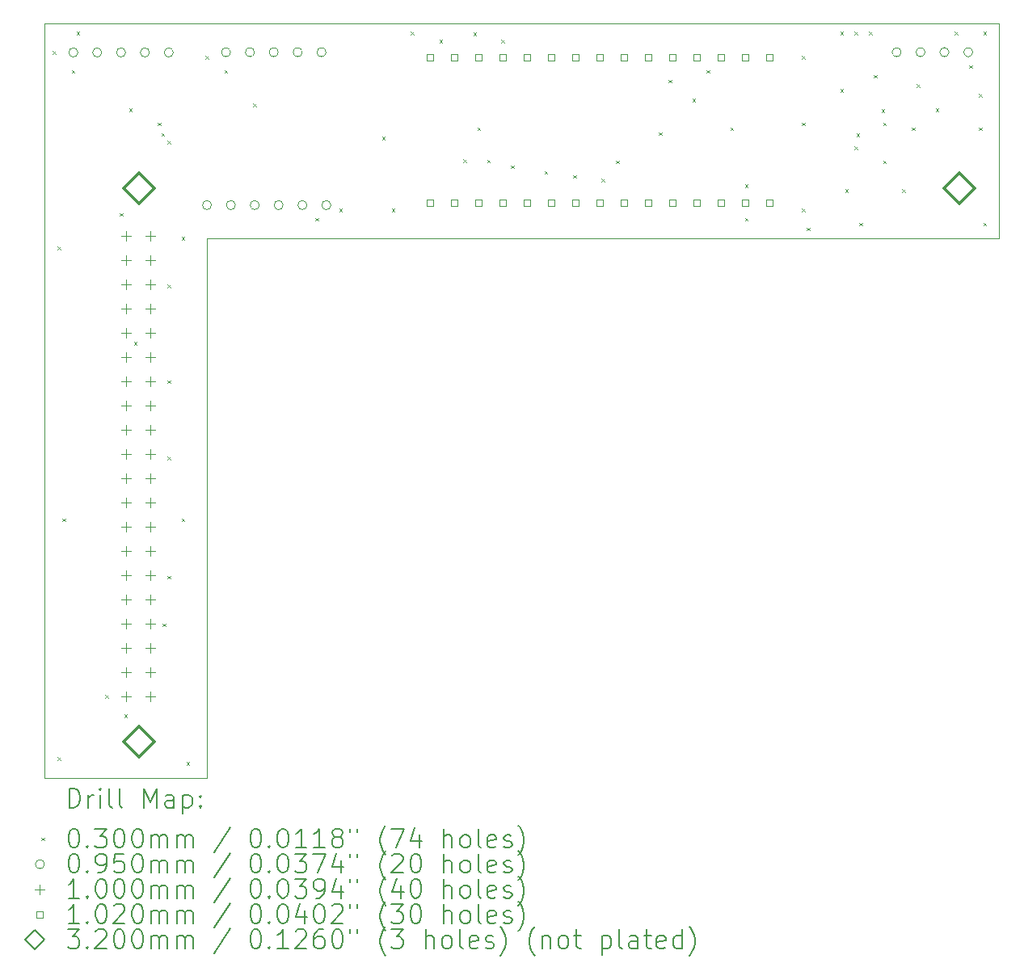
<source format=gbr>
%TF.GenerationSoftware,KiCad,Pcbnew,8.0.4*%
%TF.CreationDate,2024-08-27T21:56:15+09:00*%
%TF.ProjectId,MDC,4d44432e-6b69-4636-9164-5f7063625858,rev?*%
%TF.SameCoordinates,PX2faf080PY7b06240*%
%TF.FileFunction,Drillmap*%
%TF.FilePolarity,Positive*%
%FSLAX45Y45*%
G04 Gerber Fmt 4.5, Leading zero omitted, Abs format (unit mm)*
G04 Created by KiCad (PCBNEW 8.0.4) date 2024-08-27 21:56:15*
%MOMM*%
%LPD*%
G01*
G04 APERTURE LIST*
%ADD10C,0.050000*%
%ADD11C,0.200000*%
%ADD12C,0.100000*%
%ADD13C,0.102000*%
%ADD14C,0.320000*%
G04 APERTURE END LIST*
D10*
X0Y0D02*
X1700000Y0D01*
X0Y7900000D02*
X0Y0D01*
X10000000Y5650000D02*
X1700000Y5650000D01*
X0Y7900000D02*
X10000000Y7900000D01*
X10000000Y7900000D02*
X10000000Y5650000D01*
X1700000Y5650000D02*
X1700000Y0D01*
D11*
D12*
X85000Y7615000D02*
X115000Y7585000D01*
X115000Y7615000D02*
X85000Y7585000D01*
X135000Y5565000D02*
X165000Y5535000D01*
X165000Y5565000D02*
X135000Y5535000D01*
X135000Y215000D02*
X165000Y185000D01*
X165000Y215000D02*
X135000Y185000D01*
X185000Y2715000D02*
X215000Y2685000D01*
X215000Y2715000D02*
X185000Y2685000D01*
X285000Y7415000D02*
X315000Y7385000D01*
X315000Y7415000D02*
X285000Y7385000D01*
X335000Y7815000D02*
X365000Y7785000D01*
X365000Y7815000D02*
X335000Y7785000D01*
X635000Y865000D02*
X665000Y835000D01*
X665000Y865000D02*
X635000Y835000D01*
X785000Y5915000D02*
X815000Y5885000D01*
X815000Y5915000D02*
X785000Y5885000D01*
X835000Y665000D02*
X865000Y635000D01*
X865000Y665000D02*
X835000Y635000D01*
X885000Y7015000D02*
X915000Y6985000D01*
X915000Y7015000D02*
X885000Y6985000D01*
X935000Y4565000D02*
X965000Y4535000D01*
X965000Y4565000D02*
X935000Y4535000D01*
X1185000Y6865000D02*
X1215000Y6835000D01*
X1215000Y6865000D02*
X1185000Y6835000D01*
X1225000Y6755000D02*
X1255000Y6725000D01*
X1255000Y6755000D02*
X1225000Y6725000D01*
X1235000Y1615000D02*
X1265000Y1585000D01*
X1265000Y1615000D02*
X1235000Y1585000D01*
X1285000Y6675000D02*
X1315000Y6645000D01*
X1315000Y6675000D02*
X1285000Y6645000D01*
X1285000Y5165000D02*
X1315000Y5135000D01*
X1315000Y5165000D02*
X1285000Y5135000D01*
X1285000Y4165000D02*
X1315000Y4135000D01*
X1315000Y4165000D02*
X1285000Y4135000D01*
X1285000Y3365000D02*
X1315000Y3335000D01*
X1315000Y3365000D02*
X1285000Y3335000D01*
X1285000Y2115000D02*
X1315000Y2085000D01*
X1315000Y2115000D02*
X1285000Y2085000D01*
X1435000Y5665000D02*
X1465000Y5635000D01*
X1465000Y5665000D02*
X1435000Y5635000D01*
X1435000Y2715000D02*
X1465000Y2685000D01*
X1465000Y2715000D02*
X1435000Y2685000D01*
X1485000Y165000D02*
X1515000Y135000D01*
X1515000Y165000D02*
X1485000Y135000D01*
X1685000Y7565000D02*
X1715000Y7535000D01*
X1715000Y7565000D02*
X1685000Y7535000D01*
X1885000Y7415000D02*
X1915000Y7385000D01*
X1915000Y7415000D02*
X1885000Y7385000D01*
X2185000Y7065000D02*
X2215000Y7035000D01*
X2215000Y7065000D02*
X2185000Y7035000D01*
X2835000Y5865000D02*
X2865000Y5835000D01*
X2865000Y5865000D02*
X2835000Y5835000D01*
X3085000Y5965000D02*
X3115000Y5935000D01*
X3115000Y5965000D02*
X3085000Y5935000D01*
X3535000Y6715000D02*
X3565000Y6685000D01*
X3565000Y6715000D02*
X3535000Y6685000D01*
X3635000Y5965000D02*
X3665000Y5935000D01*
X3665000Y5965000D02*
X3635000Y5935000D01*
X3835000Y7815000D02*
X3865000Y7785000D01*
X3865000Y7815000D02*
X3835000Y7785000D01*
X4135000Y7731500D02*
X4165000Y7701500D01*
X4165000Y7731500D02*
X4135000Y7701500D01*
X4385000Y6478284D02*
X4415000Y6448284D01*
X4415000Y6478284D02*
X4385000Y6448284D01*
X4492590Y7807410D02*
X4522590Y7777410D01*
X4522590Y7807410D02*
X4492590Y7777410D01*
X4535000Y6815000D02*
X4565000Y6785000D01*
X4565000Y6815000D02*
X4535000Y6785000D01*
X4635000Y6475000D02*
X4665000Y6445000D01*
X4665000Y6475000D02*
X4635000Y6445000D01*
X4785000Y7731500D02*
X4815000Y7701500D01*
X4815000Y7731500D02*
X4785000Y7701500D01*
X4885000Y6415000D02*
X4915000Y6385000D01*
X4915000Y6415000D02*
X4885000Y6385000D01*
X5235000Y6355000D02*
X5265000Y6325000D01*
X5265000Y6355000D02*
X5235000Y6325000D01*
X5535000Y6315000D02*
X5565000Y6285000D01*
X5565000Y6315000D02*
X5535000Y6285000D01*
X5835000Y6275000D02*
X5865000Y6245000D01*
X5865000Y6275000D02*
X5835000Y6245000D01*
X5985000Y6465000D02*
X6015000Y6435000D01*
X6015000Y6465000D02*
X5985000Y6435000D01*
X6435000Y6765000D02*
X6465000Y6735000D01*
X6465000Y6765000D02*
X6435000Y6735000D01*
X6535000Y7315000D02*
X6565000Y7285000D01*
X6565000Y7315000D02*
X6535000Y7285000D01*
X6785000Y7115000D02*
X6815000Y7085000D01*
X6815000Y7115000D02*
X6785000Y7085000D01*
X6935000Y7415000D02*
X6965000Y7385000D01*
X6965000Y7415000D02*
X6935000Y7385000D01*
X7185000Y6815000D02*
X7215000Y6785000D01*
X7215000Y6815000D02*
X7185000Y6785000D01*
X7335000Y6215000D02*
X7365000Y6185000D01*
X7365000Y6215000D02*
X7335000Y6185000D01*
X7335000Y5865000D02*
X7365000Y5835000D01*
X7365000Y5865000D02*
X7335000Y5835000D01*
X7935000Y7565000D02*
X7965000Y7535000D01*
X7965000Y7565000D02*
X7935000Y7535000D01*
X7935000Y6865000D02*
X7965000Y6835000D01*
X7965000Y6865000D02*
X7935000Y6835000D01*
X7935000Y5965000D02*
X7965000Y5935000D01*
X7965000Y5965000D02*
X7935000Y5935000D01*
X7985000Y5765000D02*
X8015000Y5735000D01*
X8015000Y5765000D02*
X7985000Y5735000D01*
X8335000Y7815000D02*
X8365000Y7785000D01*
X8365000Y7815000D02*
X8335000Y7785000D01*
X8335000Y7215000D02*
X8365000Y7185000D01*
X8365000Y7215000D02*
X8335000Y7185000D01*
X8385000Y6165000D02*
X8415000Y6135000D01*
X8415000Y6165000D02*
X8385000Y6135000D01*
X8485000Y7815000D02*
X8515000Y7785000D01*
X8515000Y7815000D02*
X8485000Y7785000D01*
X8485000Y6615000D02*
X8515000Y6585000D01*
X8515000Y6615000D02*
X8485000Y6585000D01*
X8506200Y6751500D02*
X8536200Y6721500D01*
X8536200Y6751500D02*
X8506200Y6721500D01*
X8535000Y5815000D02*
X8565000Y5785000D01*
X8565000Y5815000D02*
X8535000Y5785000D01*
X8635000Y7815000D02*
X8665000Y7785000D01*
X8665000Y7815000D02*
X8635000Y7785000D01*
X8685000Y7365000D02*
X8715000Y7335000D01*
X8715000Y7365000D02*
X8685000Y7335000D01*
X8765000Y7005500D02*
X8795000Y6975500D01*
X8795000Y7005500D02*
X8765000Y6975500D01*
X8785000Y6865000D02*
X8815000Y6835000D01*
X8815000Y6865000D02*
X8785000Y6835000D01*
X8785000Y6465000D02*
X8815000Y6435000D01*
X8815000Y6465000D02*
X8785000Y6435000D01*
X8985000Y6165000D02*
X9015000Y6135000D01*
X9015000Y6165000D02*
X8985000Y6135000D01*
X9085000Y6815000D02*
X9115000Y6785000D01*
X9115000Y6815000D02*
X9085000Y6785000D01*
X9135000Y7265000D02*
X9165000Y7235000D01*
X9165000Y7265000D02*
X9135000Y7235000D01*
X9335000Y7015000D02*
X9365000Y6985000D01*
X9365000Y7015000D02*
X9335000Y6985000D01*
X9535000Y7815000D02*
X9565000Y7785000D01*
X9565000Y7815000D02*
X9535000Y7785000D01*
X9685000Y7465000D02*
X9715000Y7435000D01*
X9715000Y7465000D02*
X9685000Y7435000D01*
X9785000Y7165000D02*
X9815000Y7135000D01*
X9815000Y7165000D02*
X9785000Y7135000D01*
X9785000Y6815000D02*
X9815000Y6785000D01*
X9815000Y6815000D02*
X9785000Y6785000D01*
X9835000Y7815000D02*
X9865000Y7785000D01*
X9865000Y7815000D02*
X9835000Y7785000D01*
X9835000Y5815000D02*
X9865000Y5785000D01*
X9865000Y5815000D02*
X9835000Y5785000D01*
X347500Y7600000D02*
G75*
G02*
X252500Y7600000I-47500J0D01*
G01*
X252500Y7600000D02*
G75*
G02*
X347500Y7600000I47500J0D01*
G01*
X597500Y7600000D02*
G75*
G02*
X502500Y7600000I-47500J0D01*
G01*
X502500Y7600000D02*
G75*
G02*
X597500Y7600000I47500J0D01*
G01*
X847500Y7600000D02*
G75*
G02*
X752500Y7600000I-47500J0D01*
G01*
X752500Y7600000D02*
G75*
G02*
X847500Y7600000I47500J0D01*
G01*
X1097500Y7600000D02*
G75*
G02*
X1002500Y7600000I-47500J0D01*
G01*
X1002500Y7600000D02*
G75*
G02*
X1097500Y7600000I47500J0D01*
G01*
X1347500Y7600000D02*
G75*
G02*
X1252500Y7600000I-47500J0D01*
G01*
X1252500Y7600000D02*
G75*
G02*
X1347500Y7600000I47500J0D01*
G01*
X1747500Y6000000D02*
G75*
G02*
X1652500Y6000000I-47500J0D01*
G01*
X1652500Y6000000D02*
G75*
G02*
X1747500Y6000000I47500J0D01*
G01*
X1947500Y7602500D02*
G75*
G02*
X1852500Y7602500I-47500J0D01*
G01*
X1852500Y7602500D02*
G75*
G02*
X1947500Y7602500I47500J0D01*
G01*
X1997500Y6000000D02*
G75*
G02*
X1902500Y6000000I-47500J0D01*
G01*
X1902500Y6000000D02*
G75*
G02*
X1997500Y6000000I47500J0D01*
G01*
X2197500Y7602500D02*
G75*
G02*
X2102500Y7602500I-47500J0D01*
G01*
X2102500Y7602500D02*
G75*
G02*
X2197500Y7602500I47500J0D01*
G01*
X2247500Y6000000D02*
G75*
G02*
X2152500Y6000000I-47500J0D01*
G01*
X2152500Y6000000D02*
G75*
G02*
X2247500Y6000000I47500J0D01*
G01*
X2447500Y7602500D02*
G75*
G02*
X2352500Y7602500I-47500J0D01*
G01*
X2352500Y7602500D02*
G75*
G02*
X2447500Y7602500I47500J0D01*
G01*
X2497500Y6000000D02*
G75*
G02*
X2402500Y6000000I-47500J0D01*
G01*
X2402500Y6000000D02*
G75*
G02*
X2497500Y6000000I47500J0D01*
G01*
X2697500Y7602500D02*
G75*
G02*
X2602500Y7602500I-47500J0D01*
G01*
X2602500Y7602500D02*
G75*
G02*
X2697500Y7602500I47500J0D01*
G01*
X2747500Y6000000D02*
G75*
G02*
X2652500Y6000000I-47500J0D01*
G01*
X2652500Y6000000D02*
G75*
G02*
X2747500Y6000000I47500J0D01*
G01*
X2947500Y7602500D02*
G75*
G02*
X2852500Y7602500I-47500J0D01*
G01*
X2852500Y7602500D02*
G75*
G02*
X2947500Y7602500I47500J0D01*
G01*
X2997500Y6000000D02*
G75*
G02*
X2902500Y6000000I-47500J0D01*
G01*
X2902500Y6000000D02*
G75*
G02*
X2997500Y6000000I47500J0D01*
G01*
X8972500Y7602500D02*
G75*
G02*
X8877500Y7602500I-47500J0D01*
G01*
X8877500Y7602500D02*
G75*
G02*
X8972500Y7602500I47500J0D01*
G01*
X9222500Y7602500D02*
G75*
G02*
X9127500Y7602500I-47500J0D01*
G01*
X9127500Y7602500D02*
G75*
G02*
X9222500Y7602500I47500J0D01*
G01*
X9472500Y7602500D02*
G75*
G02*
X9377500Y7602500I-47500J0D01*
G01*
X9377500Y7602500D02*
G75*
G02*
X9472500Y7602500I47500J0D01*
G01*
X9722500Y7602500D02*
G75*
G02*
X9627500Y7602500I-47500J0D01*
G01*
X9627500Y7602500D02*
G75*
G02*
X9722500Y7602500I47500J0D01*
G01*
X850000Y5728000D02*
X850000Y5628000D01*
X800000Y5678000D02*
X900000Y5678000D01*
X850000Y5474000D02*
X850000Y5374000D01*
X800000Y5424000D02*
X900000Y5424000D01*
X850000Y5220000D02*
X850000Y5120000D01*
X800000Y5170000D02*
X900000Y5170000D01*
X850000Y4966000D02*
X850000Y4866000D01*
X800000Y4916000D02*
X900000Y4916000D01*
X850000Y4712000D02*
X850000Y4612000D01*
X800000Y4662000D02*
X900000Y4662000D01*
X850000Y4458000D02*
X850000Y4358000D01*
X800000Y4408000D02*
X900000Y4408000D01*
X850000Y4204000D02*
X850000Y4104000D01*
X800000Y4154000D02*
X900000Y4154000D01*
X850000Y3950000D02*
X850000Y3850000D01*
X800000Y3900000D02*
X900000Y3900000D01*
X850000Y3696000D02*
X850000Y3596000D01*
X800000Y3646000D02*
X900000Y3646000D01*
X850000Y3442000D02*
X850000Y3342000D01*
X800000Y3392000D02*
X900000Y3392000D01*
X850000Y3188000D02*
X850000Y3088000D01*
X800000Y3138000D02*
X900000Y3138000D01*
X850000Y2934000D02*
X850000Y2834000D01*
X800000Y2884000D02*
X900000Y2884000D01*
X850000Y2680000D02*
X850000Y2580000D01*
X800000Y2630000D02*
X900000Y2630000D01*
X850000Y2426000D02*
X850000Y2326000D01*
X800000Y2376000D02*
X900000Y2376000D01*
X850000Y2172000D02*
X850000Y2072000D01*
X800000Y2122000D02*
X900000Y2122000D01*
X850000Y1918000D02*
X850000Y1818000D01*
X800000Y1868000D02*
X900000Y1868000D01*
X850000Y1664000D02*
X850000Y1564000D01*
X800000Y1614000D02*
X900000Y1614000D01*
X850000Y1410000D02*
X850000Y1310000D01*
X800000Y1360000D02*
X900000Y1360000D01*
X850000Y1156000D02*
X850000Y1056000D01*
X800000Y1106000D02*
X900000Y1106000D01*
X850000Y902000D02*
X850000Y802000D01*
X800000Y852000D02*
X900000Y852000D01*
X1104000Y5728000D02*
X1104000Y5628000D01*
X1054000Y5678000D02*
X1154000Y5678000D01*
X1104000Y5474000D02*
X1104000Y5374000D01*
X1054000Y5424000D02*
X1154000Y5424000D01*
X1104000Y5220000D02*
X1104000Y5120000D01*
X1054000Y5170000D02*
X1154000Y5170000D01*
X1104000Y4966000D02*
X1104000Y4866000D01*
X1054000Y4916000D02*
X1154000Y4916000D01*
X1104000Y4712000D02*
X1104000Y4612000D01*
X1054000Y4662000D02*
X1154000Y4662000D01*
X1104000Y4458000D02*
X1104000Y4358000D01*
X1054000Y4408000D02*
X1154000Y4408000D01*
X1104000Y4204000D02*
X1104000Y4104000D01*
X1054000Y4154000D02*
X1154000Y4154000D01*
X1104000Y3950000D02*
X1104000Y3850000D01*
X1054000Y3900000D02*
X1154000Y3900000D01*
X1104000Y3696000D02*
X1104000Y3596000D01*
X1054000Y3646000D02*
X1154000Y3646000D01*
X1104000Y3442000D02*
X1104000Y3342000D01*
X1054000Y3392000D02*
X1154000Y3392000D01*
X1104000Y3188000D02*
X1104000Y3088000D01*
X1054000Y3138000D02*
X1154000Y3138000D01*
X1104000Y2934000D02*
X1104000Y2834000D01*
X1054000Y2884000D02*
X1154000Y2884000D01*
X1104000Y2680000D02*
X1104000Y2580000D01*
X1054000Y2630000D02*
X1154000Y2630000D01*
X1104000Y2426000D02*
X1104000Y2326000D01*
X1054000Y2376000D02*
X1154000Y2376000D01*
X1104000Y2172000D02*
X1104000Y2072000D01*
X1054000Y2122000D02*
X1154000Y2122000D01*
X1104000Y1918000D02*
X1104000Y1818000D01*
X1054000Y1868000D02*
X1154000Y1868000D01*
X1104000Y1664000D02*
X1104000Y1564000D01*
X1054000Y1614000D02*
X1154000Y1614000D01*
X1104000Y1410000D02*
X1104000Y1310000D01*
X1054000Y1360000D02*
X1154000Y1360000D01*
X1104000Y1156000D02*
X1104000Y1056000D01*
X1054000Y1106000D02*
X1154000Y1106000D01*
X1104000Y902000D02*
X1104000Y802000D01*
X1054000Y852000D02*
X1154000Y852000D01*
D13*
X4074063Y7513937D02*
X4074063Y7586063D01*
X4001937Y7586063D01*
X4001937Y7513937D01*
X4074063Y7513937D01*
X4074063Y5989937D02*
X4074063Y6062063D01*
X4001937Y6062063D01*
X4001937Y5989937D01*
X4074063Y5989937D01*
X4328063Y7513937D02*
X4328063Y7586063D01*
X4255937Y7586063D01*
X4255937Y7513937D01*
X4328063Y7513937D01*
X4328063Y5989937D02*
X4328063Y6062063D01*
X4255937Y6062063D01*
X4255937Y5989937D01*
X4328063Y5989937D01*
X4582063Y7513937D02*
X4582063Y7586063D01*
X4509937Y7586063D01*
X4509937Y7513937D01*
X4582063Y7513937D01*
X4582063Y5989937D02*
X4582063Y6062063D01*
X4509937Y6062063D01*
X4509937Y5989937D01*
X4582063Y5989937D01*
X4836063Y7513937D02*
X4836063Y7586063D01*
X4763937Y7586063D01*
X4763937Y7513937D01*
X4836063Y7513937D01*
X4836063Y5989937D02*
X4836063Y6062063D01*
X4763937Y6062063D01*
X4763937Y5989937D01*
X4836063Y5989937D01*
X5090063Y7513937D02*
X5090063Y7586063D01*
X5017937Y7586063D01*
X5017937Y7513937D01*
X5090063Y7513937D01*
X5090063Y5989937D02*
X5090063Y6062063D01*
X5017937Y6062063D01*
X5017937Y5989937D01*
X5090063Y5989937D01*
X5344063Y7513937D02*
X5344063Y7586063D01*
X5271937Y7586063D01*
X5271937Y7513937D01*
X5344063Y7513937D01*
X5344063Y5989937D02*
X5344063Y6062063D01*
X5271937Y6062063D01*
X5271937Y5989937D01*
X5344063Y5989937D01*
X5598063Y7513937D02*
X5598063Y7586063D01*
X5525937Y7586063D01*
X5525937Y7513937D01*
X5598063Y7513937D01*
X5598063Y5989937D02*
X5598063Y6062063D01*
X5525937Y6062063D01*
X5525937Y5989937D01*
X5598063Y5989937D01*
X5852063Y7513937D02*
X5852063Y7586063D01*
X5779937Y7586063D01*
X5779937Y7513937D01*
X5852063Y7513937D01*
X5852063Y5989937D02*
X5852063Y6062063D01*
X5779937Y6062063D01*
X5779937Y5989937D01*
X5852063Y5989937D01*
X6106063Y7513937D02*
X6106063Y7586063D01*
X6033937Y7586063D01*
X6033937Y7513937D01*
X6106063Y7513937D01*
X6106063Y5989937D02*
X6106063Y6062063D01*
X6033937Y6062063D01*
X6033937Y5989937D01*
X6106063Y5989937D01*
X6360063Y7513937D02*
X6360063Y7586063D01*
X6287937Y7586063D01*
X6287937Y7513937D01*
X6360063Y7513937D01*
X6360063Y5989937D02*
X6360063Y6062063D01*
X6287937Y6062063D01*
X6287937Y5989937D01*
X6360063Y5989937D01*
X6614063Y7513937D02*
X6614063Y7586063D01*
X6541937Y7586063D01*
X6541937Y7513937D01*
X6614063Y7513937D01*
X6614063Y5989937D02*
X6614063Y6062063D01*
X6541937Y6062063D01*
X6541937Y5989937D01*
X6614063Y5989937D01*
X6868063Y7513937D02*
X6868063Y7586063D01*
X6795937Y7586063D01*
X6795937Y7513937D01*
X6868063Y7513937D01*
X6868063Y5989937D02*
X6868063Y6062063D01*
X6795937Y6062063D01*
X6795937Y5989937D01*
X6868063Y5989937D01*
X7122063Y7513937D02*
X7122063Y7586063D01*
X7049937Y7586063D01*
X7049937Y7513937D01*
X7122063Y7513937D01*
X7122063Y5989937D02*
X7122063Y6062063D01*
X7049937Y6062063D01*
X7049937Y5989937D01*
X7122063Y5989937D01*
X7376063Y7513937D02*
X7376063Y7586063D01*
X7303937Y7586063D01*
X7303937Y7513937D01*
X7376063Y7513937D01*
X7376063Y5989937D02*
X7376063Y6062063D01*
X7303937Y6062063D01*
X7303937Y5989937D01*
X7376063Y5989937D01*
X7630063Y7513937D02*
X7630063Y7586063D01*
X7557937Y7586063D01*
X7557937Y7513937D01*
X7630063Y7513937D01*
X7630063Y5989937D02*
X7630063Y6062063D01*
X7557937Y6062063D01*
X7557937Y5989937D01*
X7630063Y5989937D01*
D14*
X985000Y6017000D02*
X1145000Y6177000D01*
X985000Y6337000D01*
X825000Y6177000D01*
X985000Y6017000D01*
X985000Y217000D02*
X1145000Y377000D01*
X985000Y537000D01*
X825000Y377000D01*
X985000Y217000D01*
X9585000Y6017000D02*
X9745000Y6177000D01*
X9585000Y6337000D01*
X9425000Y6177000D01*
X9585000Y6017000D01*
D11*
X258277Y-313984D02*
X258277Y-113984D01*
X258277Y-113984D02*
X305896Y-113984D01*
X305896Y-113984D02*
X334467Y-123508D01*
X334467Y-123508D02*
X353515Y-142555D01*
X353515Y-142555D02*
X363039Y-161603D01*
X363039Y-161603D02*
X372562Y-199698D01*
X372562Y-199698D02*
X372562Y-228269D01*
X372562Y-228269D02*
X363039Y-266365D01*
X363039Y-266365D02*
X353515Y-285412D01*
X353515Y-285412D02*
X334467Y-304460D01*
X334467Y-304460D02*
X305896Y-313984D01*
X305896Y-313984D02*
X258277Y-313984D01*
X458277Y-313984D02*
X458277Y-180650D01*
X458277Y-218746D02*
X467801Y-199698D01*
X467801Y-199698D02*
X477324Y-190174D01*
X477324Y-190174D02*
X496372Y-180650D01*
X496372Y-180650D02*
X515420Y-180650D01*
X582086Y-313984D02*
X582086Y-180650D01*
X582086Y-113984D02*
X572563Y-123508D01*
X572563Y-123508D02*
X582086Y-133031D01*
X582086Y-133031D02*
X591610Y-123508D01*
X591610Y-123508D02*
X582086Y-113984D01*
X582086Y-113984D02*
X582086Y-133031D01*
X705896Y-313984D02*
X686848Y-304460D01*
X686848Y-304460D02*
X677324Y-285412D01*
X677324Y-285412D02*
X677324Y-113984D01*
X810658Y-313984D02*
X791610Y-304460D01*
X791610Y-304460D02*
X782086Y-285412D01*
X782086Y-285412D02*
X782086Y-113984D01*
X1039229Y-313984D02*
X1039229Y-113984D01*
X1039229Y-113984D02*
X1105896Y-256841D01*
X1105896Y-256841D02*
X1172563Y-113984D01*
X1172563Y-113984D02*
X1172563Y-313984D01*
X1353515Y-313984D02*
X1353515Y-209222D01*
X1353515Y-209222D02*
X1343991Y-190174D01*
X1343991Y-190174D02*
X1324944Y-180650D01*
X1324944Y-180650D02*
X1286848Y-180650D01*
X1286848Y-180650D02*
X1267801Y-190174D01*
X1353515Y-304460D02*
X1334467Y-313984D01*
X1334467Y-313984D02*
X1286848Y-313984D01*
X1286848Y-313984D02*
X1267801Y-304460D01*
X1267801Y-304460D02*
X1258277Y-285412D01*
X1258277Y-285412D02*
X1258277Y-266365D01*
X1258277Y-266365D02*
X1267801Y-247317D01*
X1267801Y-247317D02*
X1286848Y-237793D01*
X1286848Y-237793D02*
X1334467Y-237793D01*
X1334467Y-237793D02*
X1353515Y-228269D01*
X1448753Y-180650D02*
X1448753Y-380650D01*
X1448753Y-190174D02*
X1467801Y-180650D01*
X1467801Y-180650D02*
X1505896Y-180650D01*
X1505896Y-180650D02*
X1524943Y-190174D01*
X1524943Y-190174D02*
X1534467Y-199698D01*
X1534467Y-199698D02*
X1543991Y-218746D01*
X1543991Y-218746D02*
X1543991Y-275889D01*
X1543991Y-275889D02*
X1534467Y-294936D01*
X1534467Y-294936D02*
X1524943Y-304460D01*
X1524943Y-304460D02*
X1505896Y-313984D01*
X1505896Y-313984D02*
X1467801Y-313984D01*
X1467801Y-313984D02*
X1448753Y-304460D01*
X1629705Y-294936D02*
X1639229Y-304460D01*
X1639229Y-304460D02*
X1629705Y-313984D01*
X1629705Y-313984D02*
X1620182Y-304460D01*
X1620182Y-304460D02*
X1629705Y-294936D01*
X1629705Y-294936D02*
X1629705Y-313984D01*
X1629705Y-190174D02*
X1639229Y-199698D01*
X1639229Y-199698D02*
X1629705Y-209222D01*
X1629705Y-209222D02*
X1620182Y-199698D01*
X1620182Y-199698D02*
X1629705Y-190174D01*
X1629705Y-190174D02*
X1629705Y-209222D01*
D12*
X-32500Y-627500D02*
X-2500Y-657500D01*
X-2500Y-627500D02*
X-32500Y-657500D01*
D11*
X296372Y-533984D02*
X315420Y-533984D01*
X315420Y-533984D02*
X334467Y-543508D01*
X334467Y-543508D02*
X343991Y-553031D01*
X343991Y-553031D02*
X353515Y-572079D01*
X353515Y-572079D02*
X363039Y-610174D01*
X363039Y-610174D02*
X363039Y-657793D01*
X363039Y-657793D02*
X353515Y-695889D01*
X353515Y-695889D02*
X343991Y-714936D01*
X343991Y-714936D02*
X334467Y-724460D01*
X334467Y-724460D02*
X315420Y-733984D01*
X315420Y-733984D02*
X296372Y-733984D01*
X296372Y-733984D02*
X277324Y-724460D01*
X277324Y-724460D02*
X267801Y-714936D01*
X267801Y-714936D02*
X258277Y-695889D01*
X258277Y-695889D02*
X248753Y-657793D01*
X248753Y-657793D02*
X248753Y-610174D01*
X248753Y-610174D02*
X258277Y-572079D01*
X258277Y-572079D02*
X267801Y-553031D01*
X267801Y-553031D02*
X277324Y-543508D01*
X277324Y-543508D02*
X296372Y-533984D01*
X448753Y-714936D02*
X458277Y-724460D01*
X458277Y-724460D02*
X448753Y-733984D01*
X448753Y-733984D02*
X439229Y-724460D01*
X439229Y-724460D02*
X448753Y-714936D01*
X448753Y-714936D02*
X448753Y-733984D01*
X524944Y-533984D02*
X648753Y-533984D01*
X648753Y-533984D02*
X582086Y-610174D01*
X582086Y-610174D02*
X610658Y-610174D01*
X610658Y-610174D02*
X629705Y-619698D01*
X629705Y-619698D02*
X639229Y-629222D01*
X639229Y-629222D02*
X648753Y-648270D01*
X648753Y-648270D02*
X648753Y-695889D01*
X648753Y-695889D02*
X639229Y-714936D01*
X639229Y-714936D02*
X629705Y-724460D01*
X629705Y-724460D02*
X610658Y-733984D01*
X610658Y-733984D02*
X553515Y-733984D01*
X553515Y-733984D02*
X534467Y-724460D01*
X534467Y-724460D02*
X524944Y-714936D01*
X772562Y-533984D02*
X791610Y-533984D01*
X791610Y-533984D02*
X810658Y-543508D01*
X810658Y-543508D02*
X820182Y-553031D01*
X820182Y-553031D02*
X829705Y-572079D01*
X829705Y-572079D02*
X839229Y-610174D01*
X839229Y-610174D02*
X839229Y-657793D01*
X839229Y-657793D02*
X829705Y-695889D01*
X829705Y-695889D02*
X820182Y-714936D01*
X820182Y-714936D02*
X810658Y-724460D01*
X810658Y-724460D02*
X791610Y-733984D01*
X791610Y-733984D02*
X772562Y-733984D01*
X772562Y-733984D02*
X753515Y-724460D01*
X753515Y-724460D02*
X743991Y-714936D01*
X743991Y-714936D02*
X734467Y-695889D01*
X734467Y-695889D02*
X724943Y-657793D01*
X724943Y-657793D02*
X724943Y-610174D01*
X724943Y-610174D02*
X734467Y-572079D01*
X734467Y-572079D02*
X743991Y-553031D01*
X743991Y-553031D02*
X753515Y-543508D01*
X753515Y-543508D02*
X772562Y-533984D01*
X963039Y-533984D02*
X982086Y-533984D01*
X982086Y-533984D02*
X1001134Y-543508D01*
X1001134Y-543508D02*
X1010658Y-553031D01*
X1010658Y-553031D02*
X1020182Y-572079D01*
X1020182Y-572079D02*
X1029705Y-610174D01*
X1029705Y-610174D02*
X1029705Y-657793D01*
X1029705Y-657793D02*
X1020182Y-695889D01*
X1020182Y-695889D02*
X1010658Y-714936D01*
X1010658Y-714936D02*
X1001134Y-724460D01*
X1001134Y-724460D02*
X982086Y-733984D01*
X982086Y-733984D02*
X963039Y-733984D01*
X963039Y-733984D02*
X943991Y-724460D01*
X943991Y-724460D02*
X934467Y-714936D01*
X934467Y-714936D02*
X924943Y-695889D01*
X924943Y-695889D02*
X915420Y-657793D01*
X915420Y-657793D02*
X915420Y-610174D01*
X915420Y-610174D02*
X924943Y-572079D01*
X924943Y-572079D02*
X934467Y-553031D01*
X934467Y-553031D02*
X943991Y-543508D01*
X943991Y-543508D02*
X963039Y-533984D01*
X1115420Y-733984D02*
X1115420Y-600650D01*
X1115420Y-619698D02*
X1124944Y-610174D01*
X1124944Y-610174D02*
X1143991Y-600650D01*
X1143991Y-600650D02*
X1172563Y-600650D01*
X1172563Y-600650D02*
X1191610Y-610174D01*
X1191610Y-610174D02*
X1201134Y-629222D01*
X1201134Y-629222D02*
X1201134Y-733984D01*
X1201134Y-629222D02*
X1210658Y-610174D01*
X1210658Y-610174D02*
X1229705Y-600650D01*
X1229705Y-600650D02*
X1258277Y-600650D01*
X1258277Y-600650D02*
X1277325Y-610174D01*
X1277325Y-610174D02*
X1286848Y-629222D01*
X1286848Y-629222D02*
X1286848Y-733984D01*
X1382086Y-733984D02*
X1382086Y-600650D01*
X1382086Y-619698D02*
X1391610Y-610174D01*
X1391610Y-610174D02*
X1410658Y-600650D01*
X1410658Y-600650D02*
X1439229Y-600650D01*
X1439229Y-600650D02*
X1458277Y-610174D01*
X1458277Y-610174D02*
X1467801Y-629222D01*
X1467801Y-629222D02*
X1467801Y-733984D01*
X1467801Y-629222D02*
X1477324Y-610174D01*
X1477324Y-610174D02*
X1496372Y-600650D01*
X1496372Y-600650D02*
X1524943Y-600650D01*
X1524943Y-600650D02*
X1543991Y-610174D01*
X1543991Y-610174D02*
X1553515Y-629222D01*
X1553515Y-629222D02*
X1553515Y-733984D01*
X1943991Y-524460D02*
X1772563Y-781603D01*
X2201134Y-533984D02*
X2220182Y-533984D01*
X2220182Y-533984D02*
X2239229Y-543508D01*
X2239229Y-543508D02*
X2248753Y-553031D01*
X2248753Y-553031D02*
X2258277Y-572079D01*
X2258277Y-572079D02*
X2267801Y-610174D01*
X2267801Y-610174D02*
X2267801Y-657793D01*
X2267801Y-657793D02*
X2258277Y-695889D01*
X2258277Y-695889D02*
X2248753Y-714936D01*
X2248753Y-714936D02*
X2239229Y-724460D01*
X2239229Y-724460D02*
X2220182Y-733984D01*
X2220182Y-733984D02*
X2201134Y-733984D01*
X2201134Y-733984D02*
X2182087Y-724460D01*
X2182087Y-724460D02*
X2172563Y-714936D01*
X2172563Y-714936D02*
X2163039Y-695889D01*
X2163039Y-695889D02*
X2153515Y-657793D01*
X2153515Y-657793D02*
X2153515Y-610174D01*
X2153515Y-610174D02*
X2163039Y-572079D01*
X2163039Y-572079D02*
X2172563Y-553031D01*
X2172563Y-553031D02*
X2182087Y-543508D01*
X2182087Y-543508D02*
X2201134Y-533984D01*
X2353515Y-714936D02*
X2363039Y-724460D01*
X2363039Y-724460D02*
X2353515Y-733984D01*
X2353515Y-733984D02*
X2343991Y-724460D01*
X2343991Y-724460D02*
X2353515Y-714936D01*
X2353515Y-714936D02*
X2353515Y-733984D01*
X2486848Y-533984D02*
X2505896Y-533984D01*
X2505896Y-533984D02*
X2524944Y-543508D01*
X2524944Y-543508D02*
X2534468Y-553031D01*
X2534468Y-553031D02*
X2543991Y-572079D01*
X2543991Y-572079D02*
X2553515Y-610174D01*
X2553515Y-610174D02*
X2553515Y-657793D01*
X2553515Y-657793D02*
X2543991Y-695889D01*
X2543991Y-695889D02*
X2534468Y-714936D01*
X2534468Y-714936D02*
X2524944Y-724460D01*
X2524944Y-724460D02*
X2505896Y-733984D01*
X2505896Y-733984D02*
X2486848Y-733984D01*
X2486848Y-733984D02*
X2467801Y-724460D01*
X2467801Y-724460D02*
X2458277Y-714936D01*
X2458277Y-714936D02*
X2448753Y-695889D01*
X2448753Y-695889D02*
X2439229Y-657793D01*
X2439229Y-657793D02*
X2439229Y-610174D01*
X2439229Y-610174D02*
X2448753Y-572079D01*
X2448753Y-572079D02*
X2458277Y-553031D01*
X2458277Y-553031D02*
X2467801Y-543508D01*
X2467801Y-543508D02*
X2486848Y-533984D01*
X2743991Y-733984D02*
X2629706Y-733984D01*
X2686848Y-733984D02*
X2686848Y-533984D01*
X2686848Y-533984D02*
X2667801Y-562555D01*
X2667801Y-562555D02*
X2648753Y-581603D01*
X2648753Y-581603D02*
X2629706Y-591127D01*
X2934467Y-733984D02*
X2820182Y-733984D01*
X2877325Y-733984D02*
X2877325Y-533984D01*
X2877325Y-533984D02*
X2858277Y-562555D01*
X2858277Y-562555D02*
X2839229Y-581603D01*
X2839229Y-581603D02*
X2820182Y-591127D01*
X3048753Y-619698D02*
X3029706Y-610174D01*
X3029706Y-610174D02*
X3020182Y-600650D01*
X3020182Y-600650D02*
X3010658Y-581603D01*
X3010658Y-581603D02*
X3010658Y-572079D01*
X3010658Y-572079D02*
X3020182Y-553031D01*
X3020182Y-553031D02*
X3029706Y-543508D01*
X3029706Y-543508D02*
X3048753Y-533984D01*
X3048753Y-533984D02*
X3086848Y-533984D01*
X3086848Y-533984D02*
X3105896Y-543508D01*
X3105896Y-543508D02*
X3115420Y-553031D01*
X3115420Y-553031D02*
X3124944Y-572079D01*
X3124944Y-572079D02*
X3124944Y-581603D01*
X3124944Y-581603D02*
X3115420Y-600650D01*
X3115420Y-600650D02*
X3105896Y-610174D01*
X3105896Y-610174D02*
X3086848Y-619698D01*
X3086848Y-619698D02*
X3048753Y-619698D01*
X3048753Y-619698D02*
X3029706Y-629222D01*
X3029706Y-629222D02*
X3020182Y-638746D01*
X3020182Y-638746D02*
X3010658Y-657793D01*
X3010658Y-657793D02*
X3010658Y-695889D01*
X3010658Y-695889D02*
X3020182Y-714936D01*
X3020182Y-714936D02*
X3029706Y-724460D01*
X3029706Y-724460D02*
X3048753Y-733984D01*
X3048753Y-733984D02*
X3086848Y-733984D01*
X3086848Y-733984D02*
X3105896Y-724460D01*
X3105896Y-724460D02*
X3115420Y-714936D01*
X3115420Y-714936D02*
X3124944Y-695889D01*
X3124944Y-695889D02*
X3124944Y-657793D01*
X3124944Y-657793D02*
X3115420Y-638746D01*
X3115420Y-638746D02*
X3105896Y-629222D01*
X3105896Y-629222D02*
X3086848Y-619698D01*
X3201134Y-533984D02*
X3201134Y-572079D01*
X3277325Y-533984D02*
X3277325Y-572079D01*
X3572563Y-810174D02*
X3563039Y-800650D01*
X3563039Y-800650D02*
X3543991Y-772079D01*
X3543991Y-772079D02*
X3534468Y-753031D01*
X3534468Y-753031D02*
X3524944Y-724460D01*
X3524944Y-724460D02*
X3515420Y-676841D01*
X3515420Y-676841D02*
X3515420Y-638746D01*
X3515420Y-638746D02*
X3524944Y-591127D01*
X3524944Y-591127D02*
X3534468Y-562555D01*
X3534468Y-562555D02*
X3543991Y-543508D01*
X3543991Y-543508D02*
X3563039Y-514936D01*
X3563039Y-514936D02*
X3572563Y-505412D01*
X3629706Y-533984D02*
X3763039Y-533984D01*
X3763039Y-533984D02*
X3677325Y-733984D01*
X3924944Y-600650D02*
X3924944Y-733984D01*
X3877325Y-524460D02*
X3829706Y-667317D01*
X3829706Y-667317D02*
X3953515Y-667317D01*
X4182087Y-733984D02*
X4182087Y-533984D01*
X4267801Y-733984D02*
X4267801Y-629222D01*
X4267801Y-629222D02*
X4258277Y-610174D01*
X4258277Y-610174D02*
X4239230Y-600650D01*
X4239230Y-600650D02*
X4210658Y-600650D01*
X4210658Y-600650D02*
X4191610Y-610174D01*
X4191610Y-610174D02*
X4182087Y-619698D01*
X4391611Y-733984D02*
X4372563Y-724460D01*
X4372563Y-724460D02*
X4363039Y-714936D01*
X4363039Y-714936D02*
X4353515Y-695889D01*
X4353515Y-695889D02*
X4353515Y-638746D01*
X4353515Y-638746D02*
X4363039Y-619698D01*
X4363039Y-619698D02*
X4372563Y-610174D01*
X4372563Y-610174D02*
X4391611Y-600650D01*
X4391611Y-600650D02*
X4420182Y-600650D01*
X4420182Y-600650D02*
X4439230Y-610174D01*
X4439230Y-610174D02*
X4448753Y-619698D01*
X4448753Y-619698D02*
X4458277Y-638746D01*
X4458277Y-638746D02*
X4458277Y-695889D01*
X4458277Y-695889D02*
X4448753Y-714936D01*
X4448753Y-714936D02*
X4439230Y-724460D01*
X4439230Y-724460D02*
X4420182Y-733984D01*
X4420182Y-733984D02*
X4391611Y-733984D01*
X4572563Y-733984D02*
X4553515Y-724460D01*
X4553515Y-724460D02*
X4543992Y-705412D01*
X4543992Y-705412D02*
X4543992Y-533984D01*
X4724944Y-724460D02*
X4705896Y-733984D01*
X4705896Y-733984D02*
X4667801Y-733984D01*
X4667801Y-733984D02*
X4648753Y-724460D01*
X4648753Y-724460D02*
X4639230Y-705412D01*
X4639230Y-705412D02*
X4639230Y-629222D01*
X4639230Y-629222D02*
X4648753Y-610174D01*
X4648753Y-610174D02*
X4667801Y-600650D01*
X4667801Y-600650D02*
X4705896Y-600650D01*
X4705896Y-600650D02*
X4724944Y-610174D01*
X4724944Y-610174D02*
X4734468Y-629222D01*
X4734468Y-629222D02*
X4734468Y-648270D01*
X4734468Y-648270D02*
X4639230Y-667317D01*
X4810658Y-724460D02*
X4829706Y-733984D01*
X4829706Y-733984D02*
X4867801Y-733984D01*
X4867801Y-733984D02*
X4886849Y-724460D01*
X4886849Y-724460D02*
X4896373Y-705412D01*
X4896373Y-705412D02*
X4896373Y-695889D01*
X4896373Y-695889D02*
X4886849Y-676841D01*
X4886849Y-676841D02*
X4867801Y-667317D01*
X4867801Y-667317D02*
X4839230Y-667317D01*
X4839230Y-667317D02*
X4820182Y-657793D01*
X4820182Y-657793D02*
X4810658Y-638746D01*
X4810658Y-638746D02*
X4810658Y-629222D01*
X4810658Y-629222D02*
X4820182Y-610174D01*
X4820182Y-610174D02*
X4839230Y-600650D01*
X4839230Y-600650D02*
X4867801Y-600650D01*
X4867801Y-600650D02*
X4886849Y-610174D01*
X4963039Y-810174D02*
X4972563Y-800650D01*
X4972563Y-800650D02*
X4991611Y-772079D01*
X4991611Y-772079D02*
X5001134Y-753031D01*
X5001134Y-753031D02*
X5010658Y-724460D01*
X5010658Y-724460D02*
X5020182Y-676841D01*
X5020182Y-676841D02*
X5020182Y-638746D01*
X5020182Y-638746D02*
X5010658Y-591127D01*
X5010658Y-591127D02*
X5001134Y-562555D01*
X5001134Y-562555D02*
X4991611Y-543508D01*
X4991611Y-543508D02*
X4972563Y-514936D01*
X4972563Y-514936D02*
X4963039Y-505412D01*
D12*
X-2500Y-906500D02*
G75*
G02*
X-97500Y-906500I-47500J0D01*
G01*
X-97500Y-906500D02*
G75*
G02*
X-2500Y-906500I47500J0D01*
G01*
D11*
X296372Y-797984D02*
X315420Y-797984D01*
X315420Y-797984D02*
X334467Y-807508D01*
X334467Y-807508D02*
X343991Y-817031D01*
X343991Y-817031D02*
X353515Y-836079D01*
X353515Y-836079D02*
X363039Y-874174D01*
X363039Y-874174D02*
X363039Y-921793D01*
X363039Y-921793D02*
X353515Y-959888D01*
X353515Y-959888D02*
X343991Y-978936D01*
X343991Y-978936D02*
X334467Y-988460D01*
X334467Y-988460D02*
X315420Y-997984D01*
X315420Y-997984D02*
X296372Y-997984D01*
X296372Y-997984D02*
X277324Y-988460D01*
X277324Y-988460D02*
X267801Y-978936D01*
X267801Y-978936D02*
X258277Y-959888D01*
X258277Y-959888D02*
X248753Y-921793D01*
X248753Y-921793D02*
X248753Y-874174D01*
X248753Y-874174D02*
X258277Y-836079D01*
X258277Y-836079D02*
X267801Y-817031D01*
X267801Y-817031D02*
X277324Y-807508D01*
X277324Y-807508D02*
X296372Y-797984D01*
X448753Y-978936D02*
X458277Y-988460D01*
X458277Y-988460D02*
X448753Y-997984D01*
X448753Y-997984D02*
X439229Y-988460D01*
X439229Y-988460D02*
X448753Y-978936D01*
X448753Y-978936D02*
X448753Y-997984D01*
X553515Y-997984D02*
X591610Y-997984D01*
X591610Y-997984D02*
X610658Y-988460D01*
X610658Y-988460D02*
X620182Y-978936D01*
X620182Y-978936D02*
X639229Y-950365D01*
X639229Y-950365D02*
X648753Y-912269D01*
X648753Y-912269D02*
X648753Y-836079D01*
X648753Y-836079D02*
X639229Y-817031D01*
X639229Y-817031D02*
X629705Y-807508D01*
X629705Y-807508D02*
X610658Y-797984D01*
X610658Y-797984D02*
X572563Y-797984D01*
X572563Y-797984D02*
X553515Y-807508D01*
X553515Y-807508D02*
X543991Y-817031D01*
X543991Y-817031D02*
X534467Y-836079D01*
X534467Y-836079D02*
X534467Y-883698D01*
X534467Y-883698D02*
X543991Y-902746D01*
X543991Y-902746D02*
X553515Y-912269D01*
X553515Y-912269D02*
X572563Y-921793D01*
X572563Y-921793D02*
X610658Y-921793D01*
X610658Y-921793D02*
X629705Y-912269D01*
X629705Y-912269D02*
X639229Y-902746D01*
X639229Y-902746D02*
X648753Y-883698D01*
X829705Y-797984D02*
X734467Y-797984D01*
X734467Y-797984D02*
X724943Y-893222D01*
X724943Y-893222D02*
X734467Y-883698D01*
X734467Y-883698D02*
X753515Y-874174D01*
X753515Y-874174D02*
X801134Y-874174D01*
X801134Y-874174D02*
X820182Y-883698D01*
X820182Y-883698D02*
X829705Y-893222D01*
X829705Y-893222D02*
X839229Y-912269D01*
X839229Y-912269D02*
X839229Y-959888D01*
X839229Y-959888D02*
X829705Y-978936D01*
X829705Y-978936D02*
X820182Y-988460D01*
X820182Y-988460D02*
X801134Y-997984D01*
X801134Y-997984D02*
X753515Y-997984D01*
X753515Y-997984D02*
X734467Y-988460D01*
X734467Y-988460D02*
X724943Y-978936D01*
X963039Y-797984D02*
X982086Y-797984D01*
X982086Y-797984D02*
X1001134Y-807508D01*
X1001134Y-807508D02*
X1010658Y-817031D01*
X1010658Y-817031D02*
X1020182Y-836079D01*
X1020182Y-836079D02*
X1029705Y-874174D01*
X1029705Y-874174D02*
X1029705Y-921793D01*
X1029705Y-921793D02*
X1020182Y-959888D01*
X1020182Y-959888D02*
X1010658Y-978936D01*
X1010658Y-978936D02*
X1001134Y-988460D01*
X1001134Y-988460D02*
X982086Y-997984D01*
X982086Y-997984D02*
X963039Y-997984D01*
X963039Y-997984D02*
X943991Y-988460D01*
X943991Y-988460D02*
X934467Y-978936D01*
X934467Y-978936D02*
X924943Y-959888D01*
X924943Y-959888D02*
X915420Y-921793D01*
X915420Y-921793D02*
X915420Y-874174D01*
X915420Y-874174D02*
X924943Y-836079D01*
X924943Y-836079D02*
X934467Y-817031D01*
X934467Y-817031D02*
X943991Y-807508D01*
X943991Y-807508D02*
X963039Y-797984D01*
X1115420Y-997984D02*
X1115420Y-864650D01*
X1115420Y-883698D02*
X1124944Y-874174D01*
X1124944Y-874174D02*
X1143991Y-864650D01*
X1143991Y-864650D02*
X1172563Y-864650D01*
X1172563Y-864650D02*
X1191610Y-874174D01*
X1191610Y-874174D02*
X1201134Y-893222D01*
X1201134Y-893222D02*
X1201134Y-997984D01*
X1201134Y-893222D02*
X1210658Y-874174D01*
X1210658Y-874174D02*
X1229705Y-864650D01*
X1229705Y-864650D02*
X1258277Y-864650D01*
X1258277Y-864650D02*
X1277325Y-874174D01*
X1277325Y-874174D02*
X1286848Y-893222D01*
X1286848Y-893222D02*
X1286848Y-997984D01*
X1382086Y-997984D02*
X1382086Y-864650D01*
X1382086Y-883698D02*
X1391610Y-874174D01*
X1391610Y-874174D02*
X1410658Y-864650D01*
X1410658Y-864650D02*
X1439229Y-864650D01*
X1439229Y-864650D02*
X1458277Y-874174D01*
X1458277Y-874174D02*
X1467801Y-893222D01*
X1467801Y-893222D02*
X1467801Y-997984D01*
X1467801Y-893222D02*
X1477324Y-874174D01*
X1477324Y-874174D02*
X1496372Y-864650D01*
X1496372Y-864650D02*
X1524943Y-864650D01*
X1524943Y-864650D02*
X1543991Y-874174D01*
X1543991Y-874174D02*
X1553515Y-893222D01*
X1553515Y-893222D02*
X1553515Y-997984D01*
X1943991Y-788460D02*
X1772563Y-1045603D01*
X2201134Y-797984D02*
X2220182Y-797984D01*
X2220182Y-797984D02*
X2239229Y-807508D01*
X2239229Y-807508D02*
X2248753Y-817031D01*
X2248753Y-817031D02*
X2258277Y-836079D01*
X2258277Y-836079D02*
X2267801Y-874174D01*
X2267801Y-874174D02*
X2267801Y-921793D01*
X2267801Y-921793D02*
X2258277Y-959888D01*
X2258277Y-959888D02*
X2248753Y-978936D01*
X2248753Y-978936D02*
X2239229Y-988460D01*
X2239229Y-988460D02*
X2220182Y-997984D01*
X2220182Y-997984D02*
X2201134Y-997984D01*
X2201134Y-997984D02*
X2182087Y-988460D01*
X2182087Y-988460D02*
X2172563Y-978936D01*
X2172563Y-978936D02*
X2163039Y-959888D01*
X2163039Y-959888D02*
X2153515Y-921793D01*
X2153515Y-921793D02*
X2153515Y-874174D01*
X2153515Y-874174D02*
X2163039Y-836079D01*
X2163039Y-836079D02*
X2172563Y-817031D01*
X2172563Y-817031D02*
X2182087Y-807508D01*
X2182087Y-807508D02*
X2201134Y-797984D01*
X2353515Y-978936D02*
X2363039Y-988460D01*
X2363039Y-988460D02*
X2353515Y-997984D01*
X2353515Y-997984D02*
X2343991Y-988460D01*
X2343991Y-988460D02*
X2353515Y-978936D01*
X2353515Y-978936D02*
X2353515Y-997984D01*
X2486848Y-797984D02*
X2505896Y-797984D01*
X2505896Y-797984D02*
X2524944Y-807508D01*
X2524944Y-807508D02*
X2534468Y-817031D01*
X2534468Y-817031D02*
X2543991Y-836079D01*
X2543991Y-836079D02*
X2553515Y-874174D01*
X2553515Y-874174D02*
X2553515Y-921793D01*
X2553515Y-921793D02*
X2543991Y-959888D01*
X2543991Y-959888D02*
X2534468Y-978936D01*
X2534468Y-978936D02*
X2524944Y-988460D01*
X2524944Y-988460D02*
X2505896Y-997984D01*
X2505896Y-997984D02*
X2486848Y-997984D01*
X2486848Y-997984D02*
X2467801Y-988460D01*
X2467801Y-988460D02*
X2458277Y-978936D01*
X2458277Y-978936D02*
X2448753Y-959888D01*
X2448753Y-959888D02*
X2439229Y-921793D01*
X2439229Y-921793D02*
X2439229Y-874174D01*
X2439229Y-874174D02*
X2448753Y-836079D01*
X2448753Y-836079D02*
X2458277Y-817031D01*
X2458277Y-817031D02*
X2467801Y-807508D01*
X2467801Y-807508D02*
X2486848Y-797984D01*
X2620182Y-797984D02*
X2743991Y-797984D01*
X2743991Y-797984D02*
X2677325Y-874174D01*
X2677325Y-874174D02*
X2705896Y-874174D01*
X2705896Y-874174D02*
X2724944Y-883698D01*
X2724944Y-883698D02*
X2734468Y-893222D01*
X2734468Y-893222D02*
X2743991Y-912269D01*
X2743991Y-912269D02*
X2743991Y-959888D01*
X2743991Y-959888D02*
X2734468Y-978936D01*
X2734468Y-978936D02*
X2724944Y-988460D01*
X2724944Y-988460D02*
X2705896Y-997984D01*
X2705896Y-997984D02*
X2648753Y-997984D01*
X2648753Y-997984D02*
X2629706Y-988460D01*
X2629706Y-988460D02*
X2620182Y-978936D01*
X2810658Y-797984D02*
X2943991Y-797984D01*
X2943991Y-797984D02*
X2858277Y-997984D01*
X3105896Y-864650D02*
X3105896Y-997984D01*
X3058277Y-788460D02*
X3010658Y-931317D01*
X3010658Y-931317D02*
X3134467Y-931317D01*
X3201134Y-797984D02*
X3201134Y-836079D01*
X3277325Y-797984D02*
X3277325Y-836079D01*
X3572563Y-1074174D02*
X3563039Y-1064650D01*
X3563039Y-1064650D02*
X3543991Y-1036079D01*
X3543991Y-1036079D02*
X3534468Y-1017031D01*
X3534468Y-1017031D02*
X3524944Y-988460D01*
X3524944Y-988460D02*
X3515420Y-940841D01*
X3515420Y-940841D02*
X3515420Y-902746D01*
X3515420Y-902746D02*
X3524944Y-855127D01*
X3524944Y-855127D02*
X3534468Y-826555D01*
X3534468Y-826555D02*
X3543991Y-807508D01*
X3543991Y-807508D02*
X3563039Y-778936D01*
X3563039Y-778936D02*
X3572563Y-769412D01*
X3639229Y-817031D02*
X3648753Y-807508D01*
X3648753Y-807508D02*
X3667801Y-797984D01*
X3667801Y-797984D02*
X3715420Y-797984D01*
X3715420Y-797984D02*
X3734468Y-807508D01*
X3734468Y-807508D02*
X3743991Y-817031D01*
X3743991Y-817031D02*
X3753515Y-836079D01*
X3753515Y-836079D02*
X3753515Y-855127D01*
X3753515Y-855127D02*
X3743991Y-883698D01*
X3743991Y-883698D02*
X3629706Y-997984D01*
X3629706Y-997984D02*
X3753515Y-997984D01*
X3877325Y-797984D02*
X3896372Y-797984D01*
X3896372Y-797984D02*
X3915420Y-807508D01*
X3915420Y-807508D02*
X3924944Y-817031D01*
X3924944Y-817031D02*
X3934468Y-836079D01*
X3934468Y-836079D02*
X3943991Y-874174D01*
X3943991Y-874174D02*
X3943991Y-921793D01*
X3943991Y-921793D02*
X3934468Y-959888D01*
X3934468Y-959888D02*
X3924944Y-978936D01*
X3924944Y-978936D02*
X3915420Y-988460D01*
X3915420Y-988460D02*
X3896372Y-997984D01*
X3896372Y-997984D02*
X3877325Y-997984D01*
X3877325Y-997984D02*
X3858277Y-988460D01*
X3858277Y-988460D02*
X3848753Y-978936D01*
X3848753Y-978936D02*
X3839229Y-959888D01*
X3839229Y-959888D02*
X3829706Y-921793D01*
X3829706Y-921793D02*
X3829706Y-874174D01*
X3829706Y-874174D02*
X3839229Y-836079D01*
X3839229Y-836079D02*
X3848753Y-817031D01*
X3848753Y-817031D02*
X3858277Y-807508D01*
X3858277Y-807508D02*
X3877325Y-797984D01*
X4182087Y-997984D02*
X4182087Y-797984D01*
X4267801Y-997984D02*
X4267801Y-893222D01*
X4267801Y-893222D02*
X4258277Y-874174D01*
X4258277Y-874174D02*
X4239230Y-864650D01*
X4239230Y-864650D02*
X4210658Y-864650D01*
X4210658Y-864650D02*
X4191610Y-874174D01*
X4191610Y-874174D02*
X4182087Y-883698D01*
X4391611Y-997984D02*
X4372563Y-988460D01*
X4372563Y-988460D02*
X4363039Y-978936D01*
X4363039Y-978936D02*
X4353515Y-959888D01*
X4353515Y-959888D02*
X4353515Y-902746D01*
X4353515Y-902746D02*
X4363039Y-883698D01*
X4363039Y-883698D02*
X4372563Y-874174D01*
X4372563Y-874174D02*
X4391611Y-864650D01*
X4391611Y-864650D02*
X4420182Y-864650D01*
X4420182Y-864650D02*
X4439230Y-874174D01*
X4439230Y-874174D02*
X4448753Y-883698D01*
X4448753Y-883698D02*
X4458277Y-902746D01*
X4458277Y-902746D02*
X4458277Y-959888D01*
X4458277Y-959888D02*
X4448753Y-978936D01*
X4448753Y-978936D02*
X4439230Y-988460D01*
X4439230Y-988460D02*
X4420182Y-997984D01*
X4420182Y-997984D02*
X4391611Y-997984D01*
X4572563Y-997984D02*
X4553515Y-988460D01*
X4553515Y-988460D02*
X4543992Y-969412D01*
X4543992Y-969412D02*
X4543992Y-797984D01*
X4724944Y-988460D02*
X4705896Y-997984D01*
X4705896Y-997984D02*
X4667801Y-997984D01*
X4667801Y-997984D02*
X4648753Y-988460D01*
X4648753Y-988460D02*
X4639230Y-969412D01*
X4639230Y-969412D02*
X4639230Y-893222D01*
X4639230Y-893222D02*
X4648753Y-874174D01*
X4648753Y-874174D02*
X4667801Y-864650D01*
X4667801Y-864650D02*
X4705896Y-864650D01*
X4705896Y-864650D02*
X4724944Y-874174D01*
X4724944Y-874174D02*
X4734468Y-893222D01*
X4734468Y-893222D02*
X4734468Y-912269D01*
X4734468Y-912269D02*
X4639230Y-931317D01*
X4810658Y-988460D02*
X4829706Y-997984D01*
X4829706Y-997984D02*
X4867801Y-997984D01*
X4867801Y-997984D02*
X4886849Y-988460D01*
X4886849Y-988460D02*
X4896373Y-969412D01*
X4896373Y-969412D02*
X4896373Y-959888D01*
X4896373Y-959888D02*
X4886849Y-940841D01*
X4886849Y-940841D02*
X4867801Y-931317D01*
X4867801Y-931317D02*
X4839230Y-931317D01*
X4839230Y-931317D02*
X4820182Y-921793D01*
X4820182Y-921793D02*
X4810658Y-902746D01*
X4810658Y-902746D02*
X4810658Y-893222D01*
X4810658Y-893222D02*
X4820182Y-874174D01*
X4820182Y-874174D02*
X4839230Y-864650D01*
X4839230Y-864650D02*
X4867801Y-864650D01*
X4867801Y-864650D02*
X4886849Y-874174D01*
X4963039Y-1074174D02*
X4972563Y-1064650D01*
X4972563Y-1064650D02*
X4991611Y-1036079D01*
X4991611Y-1036079D02*
X5001134Y-1017031D01*
X5001134Y-1017031D02*
X5010658Y-988460D01*
X5010658Y-988460D02*
X5020182Y-940841D01*
X5020182Y-940841D02*
X5020182Y-902746D01*
X5020182Y-902746D02*
X5010658Y-855127D01*
X5010658Y-855127D02*
X5001134Y-826555D01*
X5001134Y-826555D02*
X4991611Y-807508D01*
X4991611Y-807508D02*
X4972563Y-778936D01*
X4972563Y-778936D02*
X4963039Y-769412D01*
D12*
X-52500Y-1120500D02*
X-52500Y-1220500D01*
X-102500Y-1170500D02*
X-2500Y-1170500D01*
D11*
X363039Y-1261984D02*
X248753Y-1261984D01*
X305896Y-1261984D02*
X305896Y-1061984D01*
X305896Y-1061984D02*
X286848Y-1090555D01*
X286848Y-1090555D02*
X267801Y-1109603D01*
X267801Y-1109603D02*
X248753Y-1119127D01*
X448753Y-1242936D02*
X458277Y-1252460D01*
X458277Y-1252460D02*
X448753Y-1261984D01*
X448753Y-1261984D02*
X439229Y-1252460D01*
X439229Y-1252460D02*
X448753Y-1242936D01*
X448753Y-1242936D02*
X448753Y-1261984D01*
X582086Y-1061984D02*
X601134Y-1061984D01*
X601134Y-1061984D02*
X620182Y-1071508D01*
X620182Y-1071508D02*
X629705Y-1081031D01*
X629705Y-1081031D02*
X639229Y-1100079D01*
X639229Y-1100079D02*
X648753Y-1138174D01*
X648753Y-1138174D02*
X648753Y-1185793D01*
X648753Y-1185793D02*
X639229Y-1223889D01*
X639229Y-1223889D02*
X629705Y-1242936D01*
X629705Y-1242936D02*
X620182Y-1252460D01*
X620182Y-1252460D02*
X601134Y-1261984D01*
X601134Y-1261984D02*
X582086Y-1261984D01*
X582086Y-1261984D02*
X563039Y-1252460D01*
X563039Y-1252460D02*
X553515Y-1242936D01*
X553515Y-1242936D02*
X543991Y-1223889D01*
X543991Y-1223889D02*
X534467Y-1185793D01*
X534467Y-1185793D02*
X534467Y-1138174D01*
X534467Y-1138174D02*
X543991Y-1100079D01*
X543991Y-1100079D02*
X553515Y-1081031D01*
X553515Y-1081031D02*
X563039Y-1071508D01*
X563039Y-1071508D02*
X582086Y-1061984D01*
X772562Y-1061984D02*
X791610Y-1061984D01*
X791610Y-1061984D02*
X810658Y-1071508D01*
X810658Y-1071508D02*
X820182Y-1081031D01*
X820182Y-1081031D02*
X829705Y-1100079D01*
X829705Y-1100079D02*
X839229Y-1138174D01*
X839229Y-1138174D02*
X839229Y-1185793D01*
X839229Y-1185793D02*
X829705Y-1223889D01*
X829705Y-1223889D02*
X820182Y-1242936D01*
X820182Y-1242936D02*
X810658Y-1252460D01*
X810658Y-1252460D02*
X791610Y-1261984D01*
X791610Y-1261984D02*
X772562Y-1261984D01*
X772562Y-1261984D02*
X753515Y-1252460D01*
X753515Y-1252460D02*
X743991Y-1242936D01*
X743991Y-1242936D02*
X734467Y-1223889D01*
X734467Y-1223889D02*
X724943Y-1185793D01*
X724943Y-1185793D02*
X724943Y-1138174D01*
X724943Y-1138174D02*
X734467Y-1100079D01*
X734467Y-1100079D02*
X743991Y-1081031D01*
X743991Y-1081031D02*
X753515Y-1071508D01*
X753515Y-1071508D02*
X772562Y-1061984D01*
X963039Y-1061984D02*
X982086Y-1061984D01*
X982086Y-1061984D02*
X1001134Y-1071508D01*
X1001134Y-1071508D02*
X1010658Y-1081031D01*
X1010658Y-1081031D02*
X1020182Y-1100079D01*
X1020182Y-1100079D02*
X1029705Y-1138174D01*
X1029705Y-1138174D02*
X1029705Y-1185793D01*
X1029705Y-1185793D02*
X1020182Y-1223889D01*
X1020182Y-1223889D02*
X1010658Y-1242936D01*
X1010658Y-1242936D02*
X1001134Y-1252460D01*
X1001134Y-1252460D02*
X982086Y-1261984D01*
X982086Y-1261984D02*
X963039Y-1261984D01*
X963039Y-1261984D02*
X943991Y-1252460D01*
X943991Y-1252460D02*
X934467Y-1242936D01*
X934467Y-1242936D02*
X924943Y-1223889D01*
X924943Y-1223889D02*
X915420Y-1185793D01*
X915420Y-1185793D02*
X915420Y-1138174D01*
X915420Y-1138174D02*
X924943Y-1100079D01*
X924943Y-1100079D02*
X934467Y-1081031D01*
X934467Y-1081031D02*
X943991Y-1071508D01*
X943991Y-1071508D02*
X963039Y-1061984D01*
X1115420Y-1261984D02*
X1115420Y-1128650D01*
X1115420Y-1147698D02*
X1124944Y-1138174D01*
X1124944Y-1138174D02*
X1143991Y-1128650D01*
X1143991Y-1128650D02*
X1172563Y-1128650D01*
X1172563Y-1128650D02*
X1191610Y-1138174D01*
X1191610Y-1138174D02*
X1201134Y-1157222D01*
X1201134Y-1157222D02*
X1201134Y-1261984D01*
X1201134Y-1157222D02*
X1210658Y-1138174D01*
X1210658Y-1138174D02*
X1229705Y-1128650D01*
X1229705Y-1128650D02*
X1258277Y-1128650D01*
X1258277Y-1128650D02*
X1277325Y-1138174D01*
X1277325Y-1138174D02*
X1286848Y-1157222D01*
X1286848Y-1157222D02*
X1286848Y-1261984D01*
X1382086Y-1261984D02*
X1382086Y-1128650D01*
X1382086Y-1147698D02*
X1391610Y-1138174D01*
X1391610Y-1138174D02*
X1410658Y-1128650D01*
X1410658Y-1128650D02*
X1439229Y-1128650D01*
X1439229Y-1128650D02*
X1458277Y-1138174D01*
X1458277Y-1138174D02*
X1467801Y-1157222D01*
X1467801Y-1157222D02*
X1467801Y-1261984D01*
X1467801Y-1157222D02*
X1477324Y-1138174D01*
X1477324Y-1138174D02*
X1496372Y-1128650D01*
X1496372Y-1128650D02*
X1524943Y-1128650D01*
X1524943Y-1128650D02*
X1543991Y-1138174D01*
X1543991Y-1138174D02*
X1553515Y-1157222D01*
X1553515Y-1157222D02*
X1553515Y-1261984D01*
X1943991Y-1052460D02*
X1772563Y-1309603D01*
X2201134Y-1061984D02*
X2220182Y-1061984D01*
X2220182Y-1061984D02*
X2239229Y-1071508D01*
X2239229Y-1071508D02*
X2248753Y-1081031D01*
X2248753Y-1081031D02*
X2258277Y-1100079D01*
X2258277Y-1100079D02*
X2267801Y-1138174D01*
X2267801Y-1138174D02*
X2267801Y-1185793D01*
X2267801Y-1185793D02*
X2258277Y-1223889D01*
X2258277Y-1223889D02*
X2248753Y-1242936D01*
X2248753Y-1242936D02*
X2239229Y-1252460D01*
X2239229Y-1252460D02*
X2220182Y-1261984D01*
X2220182Y-1261984D02*
X2201134Y-1261984D01*
X2201134Y-1261984D02*
X2182087Y-1252460D01*
X2182087Y-1252460D02*
X2172563Y-1242936D01*
X2172563Y-1242936D02*
X2163039Y-1223889D01*
X2163039Y-1223889D02*
X2153515Y-1185793D01*
X2153515Y-1185793D02*
X2153515Y-1138174D01*
X2153515Y-1138174D02*
X2163039Y-1100079D01*
X2163039Y-1100079D02*
X2172563Y-1081031D01*
X2172563Y-1081031D02*
X2182087Y-1071508D01*
X2182087Y-1071508D02*
X2201134Y-1061984D01*
X2353515Y-1242936D02*
X2363039Y-1252460D01*
X2363039Y-1252460D02*
X2353515Y-1261984D01*
X2353515Y-1261984D02*
X2343991Y-1252460D01*
X2343991Y-1252460D02*
X2353515Y-1242936D01*
X2353515Y-1242936D02*
X2353515Y-1261984D01*
X2486848Y-1061984D02*
X2505896Y-1061984D01*
X2505896Y-1061984D02*
X2524944Y-1071508D01*
X2524944Y-1071508D02*
X2534468Y-1081031D01*
X2534468Y-1081031D02*
X2543991Y-1100079D01*
X2543991Y-1100079D02*
X2553515Y-1138174D01*
X2553515Y-1138174D02*
X2553515Y-1185793D01*
X2553515Y-1185793D02*
X2543991Y-1223889D01*
X2543991Y-1223889D02*
X2534468Y-1242936D01*
X2534468Y-1242936D02*
X2524944Y-1252460D01*
X2524944Y-1252460D02*
X2505896Y-1261984D01*
X2505896Y-1261984D02*
X2486848Y-1261984D01*
X2486848Y-1261984D02*
X2467801Y-1252460D01*
X2467801Y-1252460D02*
X2458277Y-1242936D01*
X2458277Y-1242936D02*
X2448753Y-1223889D01*
X2448753Y-1223889D02*
X2439229Y-1185793D01*
X2439229Y-1185793D02*
X2439229Y-1138174D01*
X2439229Y-1138174D02*
X2448753Y-1100079D01*
X2448753Y-1100079D02*
X2458277Y-1081031D01*
X2458277Y-1081031D02*
X2467801Y-1071508D01*
X2467801Y-1071508D02*
X2486848Y-1061984D01*
X2620182Y-1061984D02*
X2743991Y-1061984D01*
X2743991Y-1061984D02*
X2677325Y-1138174D01*
X2677325Y-1138174D02*
X2705896Y-1138174D01*
X2705896Y-1138174D02*
X2724944Y-1147698D01*
X2724944Y-1147698D02*
X2734468Y-1157222D01*
X2734468Y-1157222D02*
X2743991Y-1176270D01*
X2743991Y-1176270D02*
X2743991Y-1223889D01*
X2743991Y-1223889D02*
X2734468Y-1242936D01*
X2734468Y-1242936D02*
X2724944Y-1252460D01*
X2724944Y-1252460D02*
X2705896Y-1261984D01*
X2705896Y-1261984D02*
X2648753Y-1261984D01*
X2648753Y-1261984D02*
X2629706Y-1252460D01*
X2629706Y-1252460D02*
X2620182Y-1242936D01*
X2839229Y-1261984D02*
X2877325Y-1261984D01*
X2877325Y-1261984D02*
X2896372Y-1252460D01*
X2896372Y-1252460D02*
X2905896Y-1242936D01*
X2905896Y-1242936D02*
X2924944Y-1214365D01*
X2924944Y-1214365D02*
X2934467Y-1176270D01*
X2934467Y-1176270D02*
X2934467Y-1100079D01*
X2934467Y-1100079D02*
X2924944Y-1081031D01*
X2924944Y-1081031D02*
X2915420Y-1071508D01*
X2915420Y-1071508D02*
X2896372Y-1061984D01*
X2896372Y-1061984D02*
X2858277Y-1061984D01*
X2858277Y-1061984D02*
X2839229Y-1071508D01*
X2839229Y-1071508D02*
X2829706Y-1081031D01*
X2829706Y-1081031D02*
X2820182Y-1100079D01*
X2820182Y-1100079D02*
X2820182Y-1147698D01*
X2820182Y-1147698D02*
X2829706Y-1166746D01*
X2829706Y-1166746D02*
X2839229Y-1176270D01*
X2839229Y-1176270D02*
X2858277Y-1185793D01*
X2858277Y-1185793D02*
X2896372Y-1185793D01*
X2896372Y-1185793D02*
X2915420Y-1176270D01*
X2915420Y-1176270D02*
X2924944Y-1166746D01*
X2924944Y-1166746D02*
X2934467Y-1147698D01*
X3105896Y-1128650D02*
X3105896Y-1261984D01*
X3058277Y-1052460D02*
X3010658Y-1195317D01*
X3010658Y-1195317D02*
X3134467Y-1195317D01*
X3201134Y-1061984D02*
X3201134Y-1100079D01*
X3277325Y-1061984D02*
X3277325Y-1100079D01*
X3572563Y-1338174D02*
X3563039Y-1328650D01*
X3563039Y-1328650D02*
X3543991Y-1300079D01*
X3543991Y-1300079D02*
X3534468Y-1281031D01*
X3534468Y-1281031D02*
X3524944Y-1252460D01*
X3524944Y-1252460D02*
X3515420Y-1204841D01*
X3515420Y-1204841D02*
X3515420Y-1166746D01*
X3515420Y-1166746D02*
X3524944Y-1119127D01*
X3524944Y-1119127D02*
X3534468Y-1090555D01*
X3534468Y-1090555D02*
X3543991Y-1071508D01*
X3543991Y-1071508D02*
X3563039Y-1042936D01*
X3563039Y-1042936D02*
X3572563Y-1033412D01*
X3734468Y-1128650D02*
X3734468Y-1261984D01*
X3686848Y-1052460D02*
X3639229Y-1195317D01*
X3639229Y-1195317D02*
X3763039Y-1195317D01*
X3877325Y-1061984D02*
X3896372Y-1061984D01*
X3896372Y-1061984D02*
X3915420Y-1071508D01*
X3915420Y-1071508D02*
X3924944Y-1081031D01*
X3924944Y-1081031D02*
X3934468Y-1100079D01*
X3934468Y-1100079D02*
X3943991Y-1138174D01*
X3943991Y-1138174D02*
X3943991Y-1185793D01*
X3943991Y-1185793D02*
X3934468Y-1223889D01*
X3934468Y-1223889D02*
X3924944Y-1242936D01*
X3924944Y-1242936D02*
X3915420Y-1252460D01*
X3915420Y-1252460D02*
X3896372Y-1261984D01*
X3896372Y-1261984D02*
X3877325Y-1261984D01*
X3877325Y-1261984D02*
X3858277Y-1252460D01*
X3858277Y-1252460D02*
X3848753Y-1242936D01*
X3848753Y-1242936D02*
X3839229Y-1223889D01*
X3839229Y-1223889D02*
X3829706Y-1185793D01*
X3829706Y-1185793D02*
X3829706Y-1138174D01*
X3829706Y-1138174D02*
X3839229Y-1100079D01*
X3839229Y-1100079D02*
X3848753Y-1081031D01*
X3848753Y-1081031D02*
X3858277Y-1071508D01*
X3858277Y-1071508D02*
X3877325Y-1061984D01*
X4182087Y-1261984D02*
X4182087Y-1061984D01*
X4267801Y-1261984D02*
X4267801Y-1157222D01*
X4267801Y-1157222D02*
X4258277Y-1138174D01*
X4258277Y-1138174D02*
X4239230Y-1128650D01*
X4239230Y-1128650D02*
X4210658Y-1128650D01*
X4210658Y-1128650D02*
X4191610Y-1138174D01*
X4191610Y-1138174D02*
X4182087Y-1147698D01*
X4391611Y-1261984D02*
X4372563Y-1252460D01*
X4372563Y-1252460D02*
X4363039Y-1242936D01*
X4363039Y-1242936D02*
X4353515Y-1223889D01*
X4353515Y-1223889D02*
X4353515Y-1166746D01*
X4353515Y-1166746D02*
X4363039Y-1147698D01*
X4363039Y-1147698D02*
X4372563Y-1138174D01*
X4372563Y-1138174D02*
X4391611Y-1128650D01*
X4391611Y-1128650D02*
X4420182Y-1128650D01*
X4420182Y-1128650D02*
X4439230Y-1138174D01*
X4439230Y-1138174D02*
X4448753Y-1147698D01*
X4448753Y-1147698D02*
X4458277Y-1166746D01*
X4458277Y-1166746D02*
X4458277Y-1223889D01*
X4458277Y-1223889D02*
X4448753Y-1242936D01*
X4448753Y-1242936D02*
X4439230Y-1252460D01*
X4439230Y-1252460D02*
X4420182Y-1261984D01*
X4420182Y-1261984D02*
X4391611Y-1261984D01*
X4572563Y-1261984D02*
X4553515Y-1252460D01*
X4553515Y-1252460D02*
X4543992Y-1233412D01*
X4543992Y-1233412D02*
X4543992Y-1061984D01*
X4724944Y-1252460D02*
X4705896Y-1261984D01*
X4705896Y-1261984D02*
X4667801Y-1261984D01*
X4667801Y-1261984D02*
X4648753Y-1252460D01*
X4648753Y-1252460D02*
X4639230Y-1233412D01*
X4639230Y-1233412D02*
X4639230Y-1157222D01*
X4639230Y-1157222D02*
X4648753Y-1138174D01*
X4648753Y-1138174D02*
X4667801Y-1128650D01*
X4667801Y-1128650D02*
X4705896Y-1128650D01*
X4705896Y-1128650D02*
X4724944Y-1138174D01*
X4724944Y-1138174D02*
X4734468Y-1157222D01*
X4734468Y-1157222D02*
X4734468Y-1176270D01*
X4734468Y-1176270D02*
X4639230Y-1195317D01*
X4810658Y-1252460D02*
X4829706Y-1261984D01*
X4829706Y-1261984D02*
X4867801Y-1261984D01*
X4867801Y-1261984D02*
X4886849Y-1252460D01*
X4886849Y-1252460D02*
X4896373Y-1233412D01*
X4896373Y-1233412D02*
X4896373Y-1223889D01*
X4896373Y-1223889D02*
X4886849Y-1204841D01*
X4886849Y-1204841D02*
X4867801Y-1195317D01*
X4867801Y-1195317D02*
X4839230Y-1195317D01*
X4839230Y-1195317D02*
X4820182Y-1185793D01*
X4820182Y-1185793D02*
X4810658Y-1166746D01*
X4810658Y-1166746D02*
X4810658Y-1157222D01*
X4810658Y-1157222D02*
X4820182Y-1138174D01*
X4820182Y-1138174D02*
X4839230Y-1128650D01*
X4839230Y-1128650D02*
X4867801Y-1128650D01*
X4867801Y-1128650D02*
X4886849Y-1138174D01*
X4963039Y-1338174D02*
X4972563Y-1328650D01*
X4972563Y-1328650D02*
X4991611Y-1300079D01*
X4991611Y-1300079D02*
X5001134Y-1281031D01*
X5001134Y-1281031D02*
X5010658Y-1252460D01*
X5010658Y-1252460D02*
X5020182Y-1204841D01*
X5020182Y-1204841D02*
X5020182Y-1166746D01*
X5020182Y-1166746D02*
X5010658Y-1119127D01*
X5010658Y-1119127D02*
X5001134Y-1090555D01*
X5001134Y-1090555D02*
X4991611Y-1071508D01*
X4991611Y-1071508D02*
X4972563Y-1042936D01*
X4972563Y-1042936D02*
X4963039Y-1033412D01*
D13*
X-17437Y-1470563D02*
X-17437Y-1398437D01*
X-89563Y-1398437D01*
X-89563Y-1470563D01*
X-17437Y-1470563D01*
D11*
X363039Y-1525984D02*
X248753Y-1525984D01*
X305896Y-1525984D02*
X305896Y-1325984D01*
X305896Y-1325984D02*
X286848Y-1354555D01*
X286848Y-1354555D02*
X267801Y-1373603D01*
X267801Y-1373603D02*
X248753Y-1383127D01*
X448753Y-1506936D02*
X458277Y-1516460D01*
X458277Y-1516460D02*
X448753Y-1525984D01*
X448753Y-1525984D02*
X439229Y-1516460D01*
X439229Y-1516460D02*
X448753Y-1506936D01*
X448753Y-1506936D02*
X448753Y-1525984D01*
X582086Y-1325984D02*
X601134Y-1325984D01*
X601134Y-1325984D02*
X620182Y-1335508D01*
X620182Y-1335508D02*
X629705Y-1345031D01*
X629705Y-1345031D02*
X639229Y-1364079D01*
X639229Y-1364079D02*
X648753Y-1402174D01*
X648753Y-1402174D02*
X648753Y-1449793D01*
X648753Y-1449793D02*
X639229Y-1487888D01*
X639229Y-1487888D02*
X629705Y-1506936D01*
X629705Y-1506936D02*
X620182Y-1516460D01*
X620182Y-1516460D02*
X601134Y-1525984D01*
X601134Y-1525984D02*
X582086Y-1525984D01*
X582086Y-1525984D02*
X563039Y-1516460D01*
X563039Y-1516460D02*
X553515Y-1506936D01*
X553515Y-1506936D02*
X543991Y-1487888D01*
X543991Y-1487888D02*
X534467Y-1449793D01*
X534467Y-1449793D02*
X534467Y-1402174D01*
X534467Y-1402174D02*
X543991Y-1364079D01*
X543991Y-1364079D02*
X553515Y-1345031D01*
X553515Y-1345031D02*
X563039Y-1335508D01*
X563039Y-1335508D02*
X582086Y-1325984D01*
X724943Y-1345031D02*
X734467Y-1335508D01*
X734467Y-1335508D02*
X753515Y-1325984D01*
X753515Y-1325984D02*
X801134Y-1325984D01*
X801134Y-1325984D02*
X820182Y-1335508D01*
X820182Y-1335508D02*
X829705Y-1345031D01*
X829705Y-1345031D02*
X839229Y-1364079D01*
X839229Y-1364079D02*
X839229Y-1383127D01*
X839229Y-1383127D02*
X829705Y-1411698D01*
X829705Y-1411698D02*
X715420Y-1525984D01*
X715420Y-1525984D02*
X839229Y-1525984D01*
X963039Y-1325984D02*
X982086Y-1325984D01*
X982086Y-1325984D02*
X1001134Y-1335508D01*
X1001134Y-1335508D02*
X1010658Y-1345031D01*
X1010658Y-1345031D02*
X1020182Y-1364079D01*
X1020182Y-1364079D02*
X1029705Y-1402174D01*
X1029705Y-1402174D02*
X1029705Y-1449793D01*
X1029705Y-1449793D02*
X1020182Y-1487888D01*
X1020182Y-1487888D02*
X1010658Y-1506936D01*
X1010658Y-1506936D02*
X1001134Y-1516460D01*
X1001134Y-1516460D02*
X982086Y-1525984D01*
X982086Y-1525984D02*
X963039Y-1525984D01*
X963039Y-1525984D02*
X943991Y-1516460D01*
X943991Y-1516460D02*
X934467Y-1506936D01*
X934467Y-1506936D02*
X924943Y-1487888D01*
X924943Y-1487888D02*
X915420Y-1449793D01*
X915420Y-1449793D02*
X915420Y-1402174D01*
X915420Y-1402174D02*
X924943Y-1364079D01*
X924943Y-1364079D02*
X934467Y-1345031D01*
X934467Y-1345031D02*
X943991Y-1335508D01*
X943991Y-1335508D02*
X963039Y-1325984D01*
X1115420Y-1525984D02*
X1115420Y-1392650D01*
X1115420Y-1411698D02*
X1124944Y-1402174D01*
X1124944Y-1402174D02*
X1143991Y-1392650D01*
X1143991Y-1392650D02*
X1172563Y-1392650D01*
X1172563Y-1392650D02*
X1191610Y-1402174D01*
X1191610Y-1402174D02*
X1201134Y-1421222D01*
X1201134Y-1421222D02*
X1201134Y-1525984D01*
X1201134Y-1421222D02*
X1210658Y-1402174D01*
X1210658Y-1402174D02*
X1229705Y-1392650D01*
X1229705Y-1392650D02*
X1258277Y-1392650D01*
X1258277Y-1392650D02*
X1277325Y-1402174D01*
X1277325Y-1402174D02*
X1286848Y-1421222D01*
X1286848Y-1421222D02*
X1286848Y-1525984D01*
X1382086Y-1525984D02*
X1382086Y-1392650D01*
X1382086Y-1411698D02*
X1391610Y-1402174D01*
X1391610Y-1402174D02*
X1410658Y-1392650D01*
X1410658Y-1392650D02*
X1439229Y-1392650D01*
X1439229Y-1392650D02*
X1458277Y-1402174D01*
X1458277Y-1402174D02*
X1467801Y-1421222D01*
X1467801Y-1421222D02*
X1467801Y-1525984D01*
X1467801Y-1421222D02*
X1477324Y-1402174D01*
X1477324Y-1402174D02*
X1496372Y-1392650D01*
X1496372Y-1392650D02*
X1524943Y-1392650D01*
X1524943Y-1392650D02*
X1543991Y-1402174D01*
X1543991Y-1402174D02*
X1553515Y-1421222D01*
X1553515Y-1421222D02*
X1553515Y-1525984D01*
X1943991Y-1316460D02*
X1772563Y-1573603D01*
X2201134Y-1325984D02*
X2220182Y-1325984D01*
X2220182Y-1325984D02*
X2239229Y-1335508D01*
X2239229Y-1335508D02*
X2248753Y-1345031D01*
X2248753Y-1345031D02*
X2258277Y-1364079D01*
X2258277Y-1364079D02*
X2267801Y-1402174D01*
X2267801Y-1402174D02*
X2267801Y-1449793D01*
X2267801Y-1449793D02*
X2258277Y-1487888D01*
X2258277Y-1487888D02*
X2248753Y-1506936D01*
X2248753Y-1506936D02*
X2239229Y-1516460D01*
X2239229Y-1516460D02*
X2220182Y-1525984D01*
X2220182Y-1525984D02*
X2201134Y-1525984D01*
X2201134Y-1525984D02*
X2182087Y-1516460D01*
X2182087Y-1516460D02*
X2172563Y-1506936D01*
X2172563Y-1506936D02*
X2163039Y-1487888D01*
X2163039Y-1487888D02*
X2153515Y-1449793D01*
X2153515Y-1449793D02*
X2153515Y-1402174D01*
X2153515Y-1402174D02*
X2163039Y-1364079D01*
X2163039Y-1364079D02*
X2172563Y-1345031D01*
X2172563Y-1345031D02*
X2182087Y-1335508D01*
X2182087Y-1335508D02*
X2201134Y-1325984D01*
X2353515Y-1506936D02*
X2363039Y-1516460D01*
X2363039Y-1516460D02*
X2353515Y-1525984D01*
X2353515Y-1525984D02*
X2343991Y-1516460D01*
X2343991Y-1516460D02*
X2353515Y-1506936D01*
X2353515Y-1506936D02*
X2353515Y-1525984D01*
X2486848Y-1325984D02*
X2505896Y-1325984D01*
X2505896Y-1325984D02*
X2524944Y-1335508D01*
X2524944Y-1335508D02*
X2534468Y-1345031D01*
X2534468Y-1345031D02*
X2543991Y-1364079D01*
X2543991Y-1364079D02*
X2553515Y-1402174D01*
X2553515Y-1402174D02*
X2553515Y-1449793D01*
X2553515Y-1449793D02*
X2543991Y-1487888D01*
X2543991Y-1487888D02*
X2534468Y-1506936D01*
X2534468Y-1506936D02*
X2524944Y-1516460D01*
X2524944Y-1516460D02*
X2505896Y-1525984D01*
X2505896Y-1525984D02*
X2486848Y-1525984D01*
X2486848Y-1525984D02*
X2467801Y-1516460D01*
X2467801Y-1516460D02*
X2458277Y-1506936D01*
X2458277Y-1506936D02*
X2448753Y-1487888D01*
X2448753Y-1487888D02*
X2439229Y-1449793D01*
X2439229Y-1449793D02*
X2439229Y-1402174D01*
X2439229Y-1402174D02*
X2448753Y-1364079D01*
X2448753Y-1364079D02*
X2458277Y-1345031D01*
X2458277Y-1345031D02*
X2467801Y-1335508D01*
X2467801Y-1335508D02*
X2486848Y-1325984D01*
X2724944Y-1392650D02*
X2724944Y-1525984D01*
X2677325Y-1316460D02*
X2629706Y-1459317D01*
X2629706Y-1459317D02*
X2753515Y-1459317D01*
X2867801Y-1325984D02*
X2886848Y-1325984D01*
X2886848Y-1325984D02*
X2905896Y-1335508D01*
X2905896Y-1335508D02*
X2915420Y-1345031D01*
X2915420Y-1345031D02*
X2924944Y-1364079D01*
X2924944Y-1364079D02*
X2934467Y-1402174D01*
X2934467Y-1402174D02*
X2934467Y-1449793D01*
X2934467Y-1449793D02*
X2924944Y-1487888D01*
X2924944Y-1487888D02*
X2915420Y-1506936D01*
X2915420Y-1506936D02*
X2905896Y-1516460D01*
X2905896Y-1516460D02*
X2886848Y-1525984D01*
X2886848Y-1525984D02*
X2867801Y-1525984D01*
X2867801Y-1525984D02*
X2848753Y-1516460D01*
X2848753Y-1516460D02*
X2839229Y-1506936D01*
X2839229Y-1506936D02*
X2829706Y-1487888D01*
X2829706Y-1487888D02*
X2820182Y-1449793D01*
X2820182Y-1449793D02*
X2820182Y-1402174D01*
X2820182Y-1402174D02*
X2829706Y-1364079D01*
X2829706Y-1364079D02*
X2839229Y-1345031D01*
X2839229Y-1345031D02*
X2848753Y-1335508D01*
X2848753Y-1335508D02*
X2867801Y-1325984D01*
X3010658Y-1345031D02*
X3020182Y-1335508D01*
X3020182Y-1335508D02*
X3039229Y-1325984D01*
X3039229Y-1325984D02*
X3086848Y-1325984D01*
X3086848Y-1325984D02*
X3105896Y-1335508D01*
X3105896Y-1335508D02*
X3115420Y-1345031D01*
X3115420Y-1345031D02*
X3124944Y-1364079D01*
X3124944Y-1364079D02*
X3124944Y-1383127D01*
X3124944Y-1383127D02*
X3115420Y-1411698D01*
X3115420Y-1411698D02*
X3001134Y-1525984D01*
X3001134Y-1525984D02*
X3124944Y-1525984D01*
X3201134Y-1325984D02*
X3201134Y-1364079D01*
X3277325Y-1325984D02*
X3277325Y-1364079D01*
X3572563Y-1602174D02*
X3563039Y-1592650D01*
X3563039Y-1592650D02*
X3543991Y-1564079D01*
X3543991Y-1564079D02*
X3534468Y-1545031D01*
X3534468Y-1545031D02*
X3524944Y-1516460D01*
X3524944Y-1516460D02*
X3515420Y-1468841D01*
X3515420Y-1468841D02*
X3515420Y-1430746D01*
X3515420Y-1430746D02*
X3524944Y-1383127D01*
X3524944Y-1383127D02*
X3534468Y-1354555D01*
X3534468Y-1354555D02*
X3543991Y-1335508D01*
X3543991Y-1335508D02*
X3563039Y-1306936D01*
X3563039Y-1306936D02*
X3572563Y-1297412D01*
X3629706Y-1325984D02*
X3753515Y-1325984D01*
X3753515Y-1325984D02*
X3686848Y-1402174D01*
X3686848Y-1402174D02*
X3715420Y-1402174D01*
X3715420Y-1402174D02*
X3734468Y-1411698D01*
X3734468Y-1411698D02*
X3743991Y-1421222D01*
X3743991Y-1421222D02*
X3753515Y-1440269D01*
X3753515Y-1440269D02*
X3753515Y-1487888D01*
X3753515Y-1487888D02*
X3743991Y-1506936D01*
X3743991Y-1506936D02*
X3734468Y-1516460D01*
X3734468Y-1516460D02*
X3715420Y-1525984D01*
X3715420Y-1525984D02*
X3658277Y-1525984D01*
X3658277Y-1525984D02*
X3639229Y-1516460D01*
X3639229Y-1516460D02*
X3629706Y-1506936D01*
X3877325Y-1325984D02*
X3896372Y-1325984D01*
X3896372Y-1325984D02*
X3915420Y-1335508D01*
X3915420Y-1335508D02*
X3924944Y-1345031D01*
X3924944Y-1345031D02*
X3934468Y-1364079D01*
X3934468Y-1364079D02*
X3943991Y-1402174D01*
X3943991Y-1402174D02*
X3943991Y-1449793D01*
X3943991Y-1449793D02*
X3934468Y-1487888D01*
X3934468Y-1487888D02*
X3924944Y-1506936D01*
X3924944Y-1506936D02*
X3915420Y-1516460D01*
X3915420Y-1516460D02*
X3896372Y-1525984D01*
X3896372Y-1525984D02*
X3877325Y-1525984D01*
X3877325Y-1525984D02*
X3858277Y-1516460D01*
X3858277Y-1516460D02*
X3848753Y-1506936D01*
X3848753Y-1506936D02*
X3839229Y-1487888D01*
X3839229Y-1487888D02*
X3829706Y-1449793D01*
X3829706Y-1449793D02*
X3829706Y-1402174D01*
X3829706Y-1402174D02*
X3839229Y-1364079D01*
X3839229Y-1364079D02*
X3848753Y-1345031D01*
X3848753Y-1345031D02*
X3858277Y-1335508D01*
X3858277Y-1335508D02*
X3877325Y-1325984D01*
X4182087Y-1525984D02*
X4182087Y-1325984D01*
X4267801Y-1525984D02*
X4267801Y-1421222D01*
X4267801Y-1421222D02*
X4258277Y-1402174D01*
X4258277Y-1402174D02*
X4239230Y-1392650D01*
X4239230Y-1392650D02*
X4210658Y-1392650D01*
X4210658Y-1392650D02*
X4191610Y-1402174D01*
X4191610Y-1402174D02*
X4182087Y-1411698D01*
X4391611Y-1525984D02*
X4372563Y-1516460D01*
X4372563Y-1516460D02*
X4363039Y-1506936D01*
X4363039Y-1506936D02*
X4353515Y-1487888D01*
X4353515Y-1487888D02*
X4353515Y-1430746D01*
X4353515Y-1430746D02*
X4363039Y-1411698D01*
X4363039Y-1411698D02*
X4372563Y-1402174D01*
X4372563Y-1402174D02*
X4391611Y-1392650D01*
X4391611Y-1392650D02*
X4420182Y-1392650D01*
X4420182Y-1392650D02*
X4439230Y-1402174D01*
X4439230Y-1402174D02*
X4448753Y-1411698D01*
X4448753Y-1411698D02*
X4458277Y-1430746D01*
X4458277Y-1430746D02*
X4458277Y-1487888D01*
X4458277Y-1487888D02*
X4448753Y-1506936D01*
X4448753Y-1506936D02*
X4439230Y-1516460D01*
X4439230Y-1516460D02*
X4420182Y-1525984D01*
X4420182Y-1525984D02*
X4391611Y-1525984D01*
X4572563Y-1525984D02*
X4553515Y-1516460D01*
X4553515Y-1516460D02*
X4543992Y-1497412D01*
X4543992Y-1497412D02*
X4543992Y-1325984D01*
X4724944Y-1516460D02*
X4705896Y-1525984D01*
X4705896Y-1525984D02*
X4667801Y-1525984D01*
X4667801Y-1525984D02*
X4648753Y-1516460D01*
X4648753Y-1516460D02*
X4639230Y-1497412D01*
X4639230Y-1497412D02*
X4639230Y-1421222D01*
X4639230Y-1421222D02*
X4648753Y-1402174D01*
X4648753Y-1402174D02*
X4667801Y-1392650D01*
X4667801Y-1392650D02*
X4705896Y-1392650D01*
X4705896Y-1392650D02*
X4724944Y-1402174D01*
X4724944Y-1402174D02*
X4734468Y-1421222D01*
X4734468Y-1421222D02*
X4734468Y-1440269D01*
X4734468Y-1440269D02*
X4639230Y-1459317D01*
X4810658Y-1516460D02*
X4829706Y-1525984D01*
X4829706Y-1525984D02*
X4867801Y-1525984D01*
X4867801Y-1525984D02*
X4886849Y-1516460D01*
X4886849Y-1516460D02*
X4896373Y-1497412D01*
X4896373Y-1497412D02*
X4896373Y-1487888D01*
X4896373Y-1487888D02*
X4886849Y-1468841D01*
X4886849Y-1468841D02*
X4867801Y-1459317D01*
X4867801Y-1459317D02*
X4839230Y-1459317D01*
X4839230Y-1459317D02*
X4820182Y-1449793D01*
X4820182Y-1449793D02*
X4810658Y-1430746D01*
X4810658Y-1430746D02*
X4810658Y-1421222D01*
X4810658Y-1421222D02*
X4820182Y-1402174D01*
X4820182Y-1402174D02*
X4839230Y-1392650D01*
X4839230Y-1392650D02*
X4867801Y-1392650D01*
X4867801Y-1392650D02*
X4886849Y-1402174D01*
X4963039Y-1602174D02*
X4972563Y-1592650D01*
X4972563Y-1592650D02*
X4991611Y-1564079D01*
X4991611Y-1564079D02*
X5001134Y-1545031D01*
X5001134Y-1545031D02*
X5010658Y-1516460D01*
X5010658Y-1516460D02*
X5020182Y-1468841D01*
X5020182Y-1468841D02*
X5020182Y-1430746D01*
X5020182Y-1430746D02*
X5010658Y-1383127D01*
X5010658Y-1383127D02*
X5001134Y-1354555D01*
X5001134Y-1354555D02*
X4991611Y-1335508D01*
X4991611Y-1335508D02*
X4972563Y-1306936D01*
X4972563Y-1306936D02*
X4963039Y-1297412D01*
X-102500Y-1798500D02*
X-2500Y-1698500D01*
X-102500Y-1598500D01*
X-202500Y-1698500D01*
X-102500Y-1798500D01*
X239229Y-1589984D02*
X363039Y-1589984D01*
X363039Y-1589984D02*
X296372Y-1666174D01*
X296372Y-1666174D02*
X324944Y-1666174D01*
X324944Y-1666174D02*
X343991Y-1675698D01*
X343991Y-1675698D02*
X353515Y-1685222D01*
X353515Y-1685222D02*
X363039Y-1704269D01*
X363039Y-1704269D02*
X363039Y-1751888D01*
X363039Y-1751888D02*
X353515Y-1770936D01*
X353515Y-1770936D02*
X343991Y-1780460D01*
X343991Y-1780460D02*
X324944Y-1789984D01*
X324944Y-1789984D02*
X267801Y-1789984D01*
X267801Y-1789984D02*
X248753Y-1780460D01*
X248753Y-1780460D02*
X239229Y-1770936D01*
X448753Y-1770936D02*
X458277Y-1780460D01*
X458277Y-1780460D02*
X448753Y-1789984D01*
X448753Y-1789984D02*
X439229Y-1780460D01*
X439229Y-1780460D02*
X448753Y-1770936D01*
X448753Y-1770936D02*
X448753Y-1789984D01*
X534467Y-1609031D02*
X543991Y-1599508D01*
X543991Y-1599508D02*
X563039Y-1589984D01*
X563039Y-1589984D02*
X610658Y-1589984D01*
X610658Y-1589984D02*
X629705Y-1599508D01*
X629705Y-1599508D02*
X639229Y-1609031D01*
X639229Y-1609031D02*
X648753Y-1628079D01*
X648753Y-1628079D02*
X648753Y-1647127D01*
X648753Y-1647127D02*
X639229Y-1675698D01*
X639229Y-1675698D02*
X524944Y-1789984D01*
X524944Y-1789984D02*
X648753Y-1789984D01*
X772562Y-1589984D02*
X791610Y-1589984D01*
X791610Y-1589984D02*
X810658Y-1599508D01*
X810658Y-1599508D02*
X820182Y-1609031D01*
X820182Y-1609031D02*
X829705Y-1628079D01*
X829705Y-1628079D02*
X839229Y-1666174D01*
X839229Y-1666174D02*
X839229Y-1713793D01*
X839229Y-1713793D02*
X829705Y-1751888D01*
X829705Y-1751888D02*
X820182Y-1770936D01*
X820182Y-1770936D02*
X810658Y-1780460D01*
X810658Y-1780460D02*
X791610Y-1789984D01*
X791610Y-1789984D02*
X772562Y-1789984D01*
X772562Y-1789984D02*
X753515Y-1780460D01*
X753515Y-1780460D02*
X743991Y-1770936D01*
X743991Y-1770936D02*
X734467Y-1751888D01*
X734467Y-1751888D02*
X724943Y-1713793D01*
X724943Y-1713793D02*
X724943Y-1666174D01*
X724943Y-1666174D02*
X734467Y-1628079D01*
X734467Y-1628079D02*
X743991Y-1609031D01*
X743991Y-1609031D02*
X753515Y-1599508D01*
X753515Y-1599508D02*
X772562Y-1589984D01*
X963039Y-1589984D02*
X982086Y-1589984D01*
X982086Y-1589984D02*
X1001134Y-1599508D01*
X1001134Y-1599508D02*
X1010658Y-1609031D01*
X1010658Y-1609031D02*
X1020182Y-1628079D01*
X1020182Y-1628079D02*
X1029705Y-1666174D01*
X1029705Y-1666174D02*
X1029705Y-1713793D01*
X1029705Y-1713793D02*
X1020182Y-1751888D01*
X1020182Y-1751888D02*
X1010658Y-1770936D01*
X1010658Y-1770936D02*
X1001134Y-1780460D01*
X1001134Y-1780460D02*
X982086Y-1789984D01*
X982086Y-1789984D02*
X963039Y-1789984D01*
X963039Y-1789984D02*
X943991Y-1780460D01*
X943991Y-1780460D02*
X934467Y-1770936D01*
X934467Y-1770936D02*
X924943Y-1751888D01*
X924943Y-1751888D02*
X915420Y-1713793D01*
X915420Y-1713793D02*
X915420Y-1666174D01*
X915420Y-1666174D02*
X924943Y-1628079D01*
X924943Y-1628079D02*
X934467Y-1609031D01*
X934467Y-1609031D02*
X943991Y-1599508D01*
X943991Y-1599508D02*
X963039Y-1589984D01*
X1115420Y-1789984D02*
X1115420Y-1656650D01*
X1115420Y-1675698D02*
X1124944Y-1666174D01*
X1124944Y-1666174D02*
X1143991Y-1656650D01*
X1143991Y-1656650D02*
X1172563Y-1656650D01*
X1172563Y-1656650D02*
X1191610Y-1666174D01*
X1191610Y-1666174D02*
X1201134Y-1685222D01*
X1201134Y-1685222D02*
X1201134Y-1789984D01*
X1201134Y-1685222D02*
X1210658Y-1666174D01*
X1210658Y-1666174D02*
X1229705Y-1656650D01*
X1229705Y-1656650D02*
X1258277Y-1656650D01*
X1258277Y-1656650D02*
X1277325Y-1666174D01*
X1277325Y-1666174D02*
X1286848Y-1685222D01*
X1286848Y-1685222D02*
X1286848Y-1789984D01*
X1382086Y-1789984D02*
X1382086Y-1656650D01*
X1382086Y-1675698D02*
X1391610Y-1666174D01*
X1391610Y-1666174D02*
X1410658Y-1656650D01*
X1410658Y-1656650D02*
X1439229Y-1656650D01*
X1439229Y-1656650D02*
X1458277Y-1666174D01*
X1458277Y-1666174D02*
X1467801Y-1685222D01*
X1467801Y-1685222D02*
X1467801Y-1789984D01*
X1467801Y-1685222D02*
X1477324Y-1666174D01*
X1477324Y-1666174D02*
X1496372Y-1656650D01*
X1496372Y-1656650D02*
X1524943Y-1656650D01*
X1524943Y-1656650D02*
X1543991Y-1666174D01*
X1543991Y-1666174D02*
X1553515Y-1685222D01*
X1553515Y-1685222D02*
X1553515Y-1789984D01*
X1943991Y-1580460D02*
X1772563Y-1837603D01*
X2201134Y-1589984D02*
X2220182Y-1589984D01*
X2220182Y-1589984D02*
X2239229Y-1599508D01*
X2239229Y-1599508D02*
X2248753Y-1609031D01*
X2248753Y-1609031D02*
X2258277Y-1628079D01*
X2258277Y-1628079D02*
X2267801Y-1666174D01*
X2267801Y-1666174D02*
X2267801Y-1713793D01*
X2267801Y-1713793D02*
X2258277Y-1751888D01*
X2258277Y-1751888D02*
X2248753Y-1770936D01*
X2248753Y-1770936D02*
X2239229Y-1780460D01*
X2239229Y-1780460D02*
X2220182Y-1789984D01*
X2220182Y-1789984D02*
X2201134Y-1789984D01*
X2201134Y-1789984D02*
X2182087Y-1780460D01*
X2182087Y-1780460D02*
X2172563Y-1770936D01*
X2172563Y-1770936D02*
X2163039Y-1751888D01*
X2163039Y-1751888D02*
X2153515Y-1713793D01*
X2153515Y-1713793D02*
X2153515Y-1666174D01*
X2153515Y-1666174D02*
X2163039Y-1628079D01*
X2163039Y-1628079D02*
X2172563Y-1609031D01*
X2172563Y-1609031D02*
X2182087Y-1599508D01*
X2182087Y-1599508D02*
X2201134Y-1589984D01*
X2353515Y-1770936D02*
X2363039Y-1780460D01*
X2363039Y-1780460D02*
X2353515Y-1789984D01*
X2353515Y-1789984D02*
X2343991Y-1780460D01*
X2343991Y-1780460D02*
X2353515Y-1770936D01*
X2353515Y-1770936D02*
X2353515Y-1789984D01*
X2553515Y-1789984D02*
X2439229Y-1789984D01*
X2496372Y-1789984D02*
X2496372Y-1589984D01*
X2496372Y-1589984D02*
X2477325Y-1618555D01*
X2477325Y-1618555D02*
X2458277Y-1637603D01*
X2458277Y-1637603D02*
X2439229Y-1647127D01*
X2629706Y-1609031D02*
X2639229Y-1599508D01*
X2639229Y-1599508D02*
X2658277Y-1589984D01*
X2658277Y-1589984D02*
X2705896Y-1589984D01*
X2705896Y-1589984D02*
X2724944Y-1599508D01*
X2724944Y-1599508D02*
X2734468Y-1609031D01*
X2734468Y-1609031D02*
X2743991Y-1628079D01*
X2743991Y-1628079D02*
X2743991Y-1647127D01*
X2743991Y-1647127D02*
X2734468Y-1675698D01*
X2734468Y-1675698D02*
X2620182Y-1789984D01*
X2620182Y-1789984D02*
X2743991Y-1789984D01*
X2915420Y-1589984D02*
X2877325Y-1589984D01*
X2877325Y-1589984D02*
X2858277Y-1599508D01*
X2858277Y-1599508D02*
X2848753Y-1609031D01*
X2848753Y-1609031D02*
X2829706Y-1637603D01*
X2829706Y-1637603D02*
X2820182Y-1675698D01*
X2820182Y-1675698D02*
X2820182Y-1751888D01*
X2820182Y-1751888D02*
X2829706Y-1770936D01*
X2829706Y-1770936D02*
X2839229Y-1780460D01*
X2839229Y-1780460D02*
X2858277Y-1789984D01*
X2858277Y-1789984D02*
X2896372Y-1789984D01*
X2896372Y-1789984D02*
X2915420Y-1780460D01*
X2915420Y-1780460D02*
X2924944Y-1770936D01*
X2924944Y-1770936D02*
X2934467Y-1751888D01*
X2934467Y-1751888D02*
X2934467Y-1704269D01*
X2934467Y-1704269D02*
X2924944Y-1685222D01*
X2924944Y-1685222D02*
X2915420Y-1675698D01*
X2915420Y-1675698D02*
X2896372Y-1666174D01*
X2896372Y-1666174D02*
X2858277Y-1666174D01*
X2858277Y-1666174D02*
X2839229Y-1675698D01*
X2839229Y-1675698D02*
X2829706Y-1685222D01*
X2829706Y-1685222D02*
X2820182Y-1704269D01*
X3058277Y-1589984D02*
X3077325Y-1589984D01*
X3077325Y-1589984D02*
X3096372Y-1599508D01*
X3096372Y-1599508D02*
X3105896Y-1609031D01*
X3105896Y-1609031D02*
X3115420Y-1628079D01*
X3115420Y-1628079D02*
X3124944Y-1666174D01*
X3124944Y-1666174D02*
X3124944Y-1713793D01*
X3124944Y-1713793D02*
X3115420Y-1751888D01*
X3115420Y-1751888D02*
X3105896Y-1770936D01*
X3105896Y-1770936D02*
X3096372Y-1780460D01*
X3096372Y-1780460D02*
X3077325Y-1789984D01*
X3077325Y-1789984D02*
X3058277Y-1789984D01*
X3058277Y-1789984D02*
X3039229Y-1780460D01*
X3039229Y-1780460D02*
X3029706Y-1770936D01*
X3029706Y-1770936D02*
X3020182Y-1751888D01*
X3020182Y-1751888D02*
X3010658Y-1713793D01*
X3010658Y-1713793D02*
X3010658Y-1666174D01*
X3010658Y-1666174D02*
X3020182Y-1628079D01*
X3020182Y-1628079D02*
X3029706Y-1609031D01*
X3029706Y-1609031D02*
X3039229Y-1599508D01*
X3039229Y-1599508D02*
X3058277Y-1589984D01*
X3201134Y-1589984D02*
X3201134Y-1628079D01*
X3277325Y-1589984D02*
X3277325Y-1628079D01*
X3572563Y-1866174D02*
X3563039Y-1856650D01*
X3563039Y-1856650D02*
X3543991Y-1828079D01*
X3543991Y-1828079D02*
X3534468Y-1809031D01*
X3534468Y-1809031D02*
X3524944Y-1780460D01*
X3524944Y-1780460D02*
X3515420Y-1732841D01*
X3515420Y-1732841D02*
X3515420Y-1694746D01*
X3515420Y-1694746D02*
X3524944Y-1647127D01*
X3524944Y-1647127D02*
X3534468Y-1618555D01*
X3534468Y-1618555D02*
X3543991Y-1599508D01*
X3543991Y-1599508D02*
X3563039Y-1570936D01*
X3563039Y-1570936D02*
X3572563Y-1561412D01*
X3629706Y-1589984D02*
X3753515Y-1589984D01*
X3753515Y-1589984D02*
X3686848Y-1666174D01*
X3686848Y-1666174D02*
X3715420Y-1666174D01*
X3715420Y-1666174D02*
X3734468Y-1675698D01*
X3734468Y-1675698D02*
X3743991Y-1685222D01*
X3743991Y-1685222D02*
X3753515Y-1704269D01*
X3753515Y-1704269D02*
X3753515Y-1751888D01*
X3753515Y-1751888D02*
X3743991Y-1770936D01*
X3743991Y-1770936D02*
X3734468Y-1780460D01*
X3734468Y-1780460D02*
X3715420Y-1789984D01*
X3715420Y-1789984D02*
X3658277Y-1789984D01*
X3658277Y-1789984D02*
X3639229Y-1780460D01*
X3639229Y-1780460D02*
X3629706Y-1770936D01*
X3991610Y-1789984D02*
X3991610Y-1589984D01*
X4077325Y-1789984D02*
X4077325Y-1685222D01*
X4077325Y-1685222D02*
X4067801Y-1666174D01*
X4067801Y-1666174D02*
X4048753Y-1656650D01*
X4048753Y-1656650D02*
X4020182Y-1656650D01*
X4020182Y-1656650D02*
X4001134Y-1666174D01*
X4001134Y-1666174D02*
X3991610Y-1675698D01*
X4201134Y-1789984D02*
X4182087Y-1780460D01*
X4182087Y-1780460D02*
X4172563Y-1770936D01*
X4172563Y-1770936D02*
X4163039Y-1751888D01*
X4163039Y-1751888D02*
X4163039Y-1694746D01*
X4163039Y-1694746D02*
X4172563Y-1675698D01*
X4172563Y-1675698D02*
X4182087Y-1666174D01*
X4182087Y-1666174D02*
X4201134Y-1656650D01*
X4201134Y-1656650D02*
X4229706Y-1656650D01*
X4229706Y-1656650D02*
X4248753Y-1666174D01*
X4248753Y-1666174D02*
X4258277Y-1675698D01*
X4258277Y-1675698D02*
X4267801Y-1694746D01*
X4267801Y-1694746D02*
X4267801Y-1751888D01*
X4267801Y-1751888D02*
X4258277Y-1770936D01*
X4258277Y-1770936D02*
X4248753Y-1780460D01*
X4248753Y-1780460D02*
X4229706Y-1789984D01*
X4229706Y-1789984D02*
X4201134Y-1789984D01*
X4382087Y-1789984D02*
X4363039Y-1780460D01*
X4363039Y-1780460D02*
X4353515Y-1761412D01*
X4353515Y-1761412D02*
X4353515Y-1589984D01*
X4534468Y-1780460D02*
X4515420Y-1789984D01*
X4515420Y-1789984D02*
X4477325Y-1789984D01*
X4477325Y-1789984D02*
X4458277Y-1780460D01*
X4458277Y-1780460D02*
X4448753Y-1761412D01*
X4448753Y-1761412D02*
X4448753Y-1685222D01*
X4448753Y-1685222D02*
X4458277Y-1666174D01*
X4458277Y-1666174D02*
X4477325Y-1656650D01*
X4477325Y-1656650D02*
X4515420Y-1656650D01*
X4515420Y-1656650D02*
X4534468Y-1666174D01*
X4534468Y-1666174D02*
X4543992Y-1685222D01*
X4543992Y-1685222D02*
X4543992Y-1704269D01*
X4543992Y-1704269D02*
X4448753Y-1723317D01*
X4620182Y-1780460D02*
X4639230Y-1789984D01*
X4639230Y-1789984D02*
X4677325Y-1789984D01*
X4677325Y-1789984D02*
X4696373Y-1780460D01*
X4696373Y-1780460D02*
X4705896Y-1761412D01*
X4705896Y-1761412D02*
X4705896Y-1751888D01*
X4705896Y-1751888D02*
X4696373Y-1732841D01*
X4696373Y-1732841D02*
X4677325Y-1723317D01*
X4677325Y-1723317D02*
X4648753Y-1723317D01*
X4648753Y-1723317D02*
X4629706Y-1713793D01*
X4629706Y-1713793D02*
X4620182Y-1694746D01*
X4620182Y-1694746D02*
X4620182Y-1685222D01*
X4620182Y-1685222D02*
X4629706Y-1666174D01*
X4629706Y-1666174D02*
X4648753Y-1656650D01*
X4648753Y-1656650D02*
X4677325Y-1656650D01*
X4677325Y-1656650D02*
X4696373Y-1666174D01*
X4772563Y-1866174D02*
X4782087Y-1856650D01*
X4782087Y-1856650D02*
X4801134Y-1828079D01*
X4801134Y-1828079D02*
X4810658Y-1809031D01*
X4810658Y-1809031D02*
X4820182Y-1780460D01*
X4820182Y-1780460D02*
X4829706Y-1732841D01*
X4829706Y-1732841D02*
X4829706Y-1694746D01*
X4829706Y-1694746D02*
X4820182Y-1647127D01*
X4820182Y-1647127D02*
X4810658Y-1618555D01*
X4810658Y-1618555D02*
X4801134Y-1599508D01*
X4801134Y-1599508D02*
X4782087Y-1570936D01*
X4782087Y-1570936D02*
X4772563Y-1561412D01*
X5134468Y-1866174D02*
X5124944Y-1856650D01*
X5124944Y-1856650D02*
X5105896Y-1828079D01*
X5105896Y-1828079D02*
X5096373Y-1809031D01*
X5096373Y-1809031D02*
X5086849Y-1780460D01*
X5086849Y-1780460D02*
X5077325Y-1732841D01*
X5077325Y-1732841D02*
X5077325Y-1694746D01*
X5077325Y-1694746D02*
X5086849Y-1647127D01*
X5086849Y-1647127D02*
X5096373Y-1618555D01*
X5096373Y-1618555D02*
X5105896Y-1599508D01*
X5105896Y-1599508D02*
X5124944Y-1570936D01*
X5124944Y-1570936D02*
X5134468Y-1561412D01*
X5210658Y-1656650D02*
X5210658Y-1789984D01*
X5210658Y-1675698D02*
X5220182Y-1666174D01*
X5220182Y-1666174D02*
X5239230Y-1656650D01*
X5239230Y-1656650D02*
X5267801Y-1656650D01*
X5267801Y-1656650D02*
X5286849Y-1666174D01*
X5286849Y-1666174D02*
X5296373Y-1685222D01*
X5296373Y-1685222D02*
X5296373Y-1789984D01*
X5420182Y-1789984D02*
X5401134Y-1780460D01*
X5401134Y-1780460D02*
X5391611Y-1770936D01*
X5391611Y-1770936D02*
X5382087Y-1751888D01*
X5382087Y-1751888D02*
X5382087Y-1694746D01*
X5382087Y-1694746D02*
X5391611Y-1675698D01*
X5391611Y-1675698D02*
X5401134Y-1666174D01*
X5401134Y-1666174D02*
X5420182Y-1656650D01*
X5420182Y-1656650D02*
X5448754Y-1656650D01*
X5448754Y-1656650D02*
X5467801Y-1666174D01*
X5467801Y-1666174D02*
X5477325Y-1675698D01*
X5477325Y-1675698D02*
X5486849Y-1694746D01*
X5486849Y-1694746D02*
X5486849Y-1751888D01*
X5486849Y-1751888D02*
X5477325Y-1770936D01*
X5477325Y-1770936D02*
X5467801Y-1780460D01*
X5467801Y-1780460D02*
X5448754Y-1789984D01*
X5448754Y-1789984D02*
X5420182Y-1789984D01*
X5543992Y-1656650D02*
X5620182Y-1656650D01*
X5572563Y-1589984D02*
X5572563Y-1761412D01*
X5572563Y-1761412D02*
X5582087Y-1780460D01*
X5582087Y-1780460D02*
X5601134Y-1789984D01*
X5601134Y-1789984D02*
X5620182Y-1789984D01*
X5839230Y-1656650D02*
X5839230Y-1856650D01*
X5839230Y-1666174D02*
X5858277Y-1656650D01*
X5858277Y-1656650D02*
X5896373Y-1656650D01*
X5896373Y-1656650D02*
X5915420Y-1666174D01*
X5915420Y-1666174D02*
X5924944Y-1675698D01*
X5924944Y-1675698D02*
X5934468Y-1694746D01*
X5934468Y-1694746D02*
X5934468Y-1751888D01*
X5934468Y-1751888D02*
X5924944Y-1770936D01*
X5924944Y-1770936D02*
X5915420Y-1780460D01*
X5915420Y-1780460D02*
X5896373Y-1789984D01*
X5896373Y-1789984D02*
X5858277Y-1789984D01*
X5858277Y-1789984D02*
X5839230Y-1780460D01*
X6048753Y-1789984D02*
X6029706Y-1780460D01*
X6029706Y-1780460D02*
X6020182Y-1761412D01*
X6020182Y-1761412D02*
X6020182Y-1589984D01*
X6210658Y-1789984D02*
X6210658Y-1685222D01*
X6210658Y-1685222D02*
X6201134Y-1666174D01*
X6201134Y-1666174D02*
X6182087Y-1656650D01*
X6182087Y-1656650D02*
X6143992Y-1656650D01*
X6143992Y-1656650D02*
X6124944Y-1666174D01*
X6210658Y-1780460D02*
X6191611Y-1789984D01*
X6191611Y-1789984D02*
X6143992Y-1789984D01*
X6143992Y-1789984D02*
X6124944Y-1780460D01*
X6124944Y-1780460D02*
X6115420Y-1761412D01*
X6115420Y-1761412D02*
X6115420Y-1742365D01*
X6115420Y-1742365D02*
X6124944Y-1723317D01*
X6124944Y-1723317D02*
X6143992Y-1713793D01*
X6143992Y-1713793D02*
X6191611Y-1713793D01*
X6191611Y-1713793D02*
X6210658Y-1704269D01*
X6277325Y-1656650D02*
X6353515Y-1656650D01*
X6305896Y-1589984D02*
X6305896Y-1761412D01*
X6305896Y-1761412D02*
X6315420Y-1780460D01*
X6315420Y-1780460D02*
X6334468Y-1789984D01*
X6334468Y-1789984D02*
X6353515Y-1789984D01*
X6496373Y-1780460D02*
X6477325Y-1789984D01*
X6477325Y-1789984D02*
X6439230Y-1789984D01*
X6439230Y-1789984D02*
X6420182Y-1780460D01*
X6420182Y-1780460D02*
X6410658Y-1761412D01*
X6410658Y-1761412D02*
X6410658Y-1685222D01*
X6410658Y-1685222D02*
X6420182Y-1666174D01*
X6420182Y-1666174D02*
X6439230Y-1656650D01*
X6439230Y-1656650D02*
X6477325Y-1656650D01*
X6477325Y-1656650D02*
X6496373Y-1666174D01*
X6496373Y-1666174D02*
X6505896Y-1685222D01*
X6505896Y-1685222D02*
X6505896Y-1704269D01*
X6505896Y-1704269D02*
X6410658Y-1723317D01*
X6677325Y-1789984D02*
X6677325Y-1589984D01*
X6677325Y-1780460D02*
X6658277Y-1789984D01*
X6658277Y-1789984D02*
X6620182Y-1789984D01*
X6620182Y-1789984D02*
X6601134Y-1780460D01*
X6601134Y-1780460D02*
X6591611Y-1770936D01*
X6591611Y-1770936D02*
X6582087Y-1751888D01*
X6582087Y-1751888D02*
X6582087Y-1694746D01*
X6582087Y-1694746D02*
X6591611Y-1675698D01*
X6591611Y-1675698D02*
X6601134Y-1666174D01*
X6601134Y-1666174D02*
X6620182Y-1656650D01*
X6620182Y-1656650D02*
X6658277Y-1656650D01*
X6658277Y-1656650D02*
X6677325Y-1666174D01*
X6753515Y-1866174D02*
X6763039Y-1856650D01*
X6763039Y-1856650D02*
X6782087Y-1828079D01*
X6782087Y-1828079D02*
X6791611Y-1809031D01*
X6791611Y-1809031D02*
X6801134Y-1780460D01*
X6801134Y-1780460D02*
X6810658Y-1732841D01*
X6810658Y-1732841D02*
X6810658Y-1694746D01*
X6810658Y-1694746D02*
X6801134Y-1647127D01*
X6801134Y-1647127D02*
X6791611Y-1618555D01*
X6791611Y-1618555D02*
X6782087Y-1599508D01*
X6782087Y-1599508D02*
X6763039Y-1570936D01*
X6763039Y-1570936D02*
X6753515Y-1561412D01*
M02*

</source>
